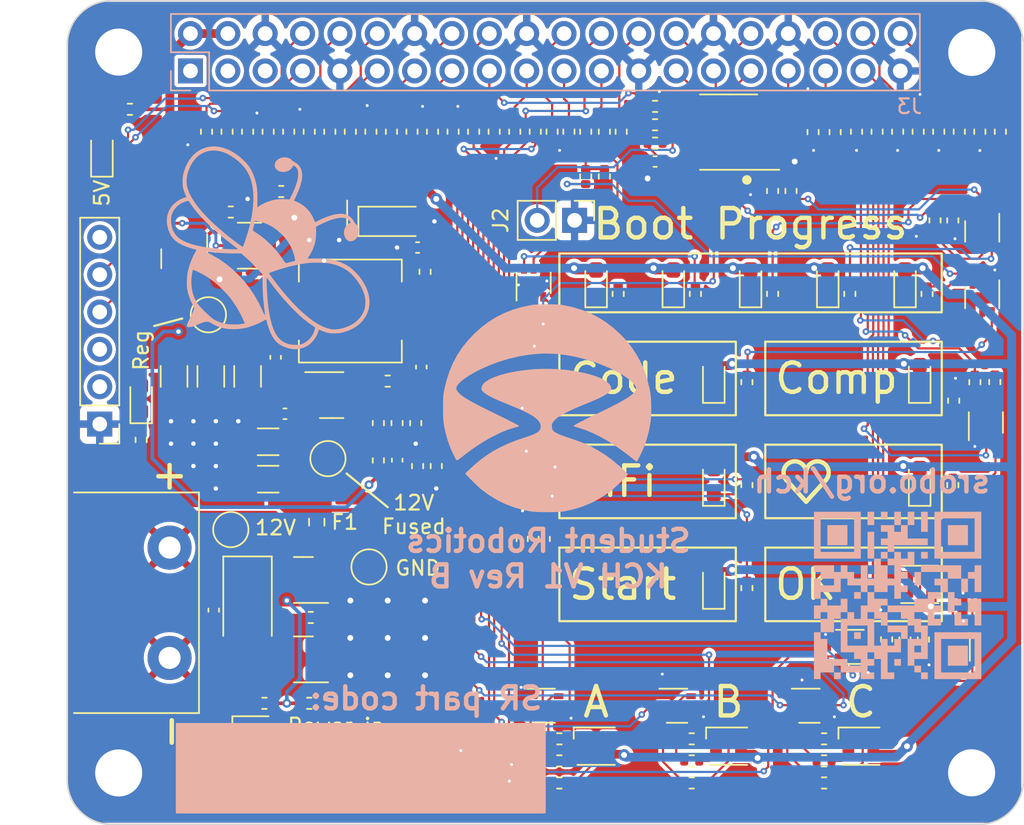
<source format=kicad_pcb>
(kicad_pcb (version 20240108) (generator "pcbnew") (generator_version "8.0")
  (title_block (title "KCH - Raspberry Pi HAT") (date "2022-07-15") (rev "B (S3L2)") (company "Student Robotics"))
  (layers (0 "F.Cu" signal) (31 "B.Cu" signal) (34 "B.Paste" user) (35 "F.Paste" user) (36 "B.SilkS" user "B.Silkscreen") (37 "F.SilkS" user "F.Silkscreen") (38 "B.Mask" user) (39 "F.Mask" user) (44 "Edge.Cuts" user))
  (net 0 "")
  (net 1 "GND")
  (net 2 "/ID_SD_EEPROM")
  (net 3 "/ID_SC_EEPROM")
  (net 4 "/Power/PGND")
  (net 5 "/Power/12V")
  (net 6 "+3V3")
  (net 7 "/Power/12V_FUSED")
  (net 8 "/Power/BST")
  (net 9 "/Power/SW")
  (net 10 "/Power/Reg_out")
  (net 11 "/Power/FB")
  (net 12 "Net-(D2-K)")
  (net 13 "Net-(D4-K)")
  (net 14 "Net-(D5-A)")
  (net 15 "+5V")
  (net 16 "Net-(D6-K)")
  (net 17 "Net-(D7-K)")
  (net 18 "Net-(D8-K)")
  (net 19 "Net-(D9-K)")
  (net 20 "Net-(D10-K)")
  (net 21 "Net-(D11-K)")
  (net 22 "Net-(D12-K)")
  (net 23 "Net-(D13-K)")
  (net 24 "Net-(D14-K)")
  (net 25 "Net-(D15-K)")
  (net 26 "/GPIO4")
  (net 27 "/UART_TXD")
  (net 28 "/UART_RXD")
  (net 29 "/GPIO17")
  (net 30 "/GPIO18")
  (net 31 "/GPIO27")
  (net 32 "/GPIO22")
  (net 33 "/GPIO23")
  (net 34 "/GPIO24")
  (net 35 "/GPIO10")
  (net 36 "/GPIO9")
  (net 37 "/GPIO25")
  (net 38 "/GPIO11")
  (net 39 "/GPIO8")
  (net 40 "/GPIO7")
  (net 41 "/GPIO5")
  (net 42 "/GPIO6")
  (net 43 "/GPIO12")
  (net 44 "/GPIO13")
  (net 45 "/GPIO19")
  (net 46 "/GPIO16")
  (net 47 "/GPIO26")
  (net 48 "/GPIO20")
  (net 49 "/GPIO21")
  (net 50 "Net-(D16-K)")
  (net 51 "Net-(D17-BK)")
  (net 52 "Net-(D17-GK)")
  (net 53 "Net-(D17-RK)")
  (net 54 "Net-(D18-BK)")
  (net 55 "Net-(D18-GK)")
  (net 56 "Net-(D18-RK)")
  (net 57 "Net-(D19-RK)")
  (net 58 "Net-(D19-GK)")
  (net 59 "Net-(D19-BK)")
  (net 60 "Net-(D20-BK)")
  (net 61 "Net-(D20-GK)")
  (net 62 "Net-(D20-RK)")
  (net 69 "Net-(Q1-G)")
  (net 70 "Net-(Q2-G)")
  (net 71 "Net-(Q4-G)")
  (net 72 "Net-(Q5A-B1)")
  (net 73 "Net-(Q6A-D)")
  (net 74 "Net-(Q6B-G)")
  (net 75 "Net-(Q6B-D)")
  (net 76 "Net-(Q6A-G)")
  (net 77 "Net-(Q7A-D)")
  (net 78 "Net-(Q7B-G)")
  (net 79 "Net-(Q7A-G)")
  (net 80 "Net-(Q7B-D)")
  (net 81 "Net-(Q8A-G)")
  (net 82 "Net-(Q8A-D)")
  (net 83 "Net-(Q8B-G)")
  (net 84 "Net-(Q8B-D)")
  (net 85 "Net-(Q9B-D)")
  (net 86 "Net-(R13-Pad1)")
  (net 87 "/Power/EN")
  (net 88 "Net-(Q9B-G)")
  (net 89 "Net-(Q9A-D)")
  (net 90 "Net-(Q9A-G)")
  (net 91 "Net-(Q10B-D)")
  (net 92 "Net-(Q10B-G)")
  (net 93 "Net-(Q10A-D)")
  (net 94 "Net-(Q10A-G)")
  (net 95 "Net-(Q11A-G)")
  (net 96 "Net-(Q11A-D)")
  (net 97 "Net-(Q11B-G)")
  (net 98 "Net-(Q11B-D)")
  (net 99 "Net-(Q12B-G)")
  (net 100 "/Power/12V_RPP")
  (net 101 "Net-(Q12B-D)")
  (net 102 "Net-(Q12A-D)")
  (net 103 "Net-(Q12A-G)")
  (net 104 "Net-(Q13A-G)")
  (net 105 "Net-(Q13B-D)")
  (net 106 "Net-(Q13B-G)")
  (net 107 "Net-(Q13A-D)")
  (net 108 "/WP")
  (net 109 "Net-(Q14A-D)")
  (net 110 "Net-(Q14A-G)")
  (net 111 "Net-(Q14B-D)")
  (net 112 "Net-(Q14B-G)")
  (net 113 "Net-(Q15A-D)")
  (net 114 "Net-(Q15B-G)")
  (net 115 "Net-(Q15A-G)")
  (net 116 "Net-(Q15B-D)")
  (net 117 "Net-(Q16A-D)")
  (net 118 "Net-(Q16B-D)")
  (net 119 "Net-(Q16B-G)")
  (net 120 "Net-(C4-Pad1)")
  (net 121 "Net-(C5-Pad2)")
  (net 122 "Net-(C12-Pad2)")
  (net 123 "Net-(Q16A-G)")
  (footprint "MountingHole:MountingHole_3.2mm_M3_ISO14580_Pad" (layer "F.Cu") (at 82.04 64.31)
    (property "Reference" "H1" (hide yes))
    (property "Value" "3mm_Mounting_Hole" (hide yes))
  )
  (footprint "MountingHole:MountingHole_3.2mm_M3_ISO14580_Pad" (layer "F.Cu") (at 140.04 64.33)
    (property "Reference" "H2" (hide yes))
    (property "Value" "3mm_Mounting_Hole" (hide yes))
  )
  (footprint "MountingHole:MountingHole_3.2mm_M3_ISO14580_Pad" (layer "F.Cu") (at 82.04 113.32)
    (property "Reference" "H3" (hide yes))
    (property "Value" "3mm_Mounting_Hole" (hide yes))
  )
  (footprint "MountingHole:MountingHole_3.2mm_M3_ISO14580_Pad" (layer "F.Cu") (at 140.03 113.31)
    (property "Reference" "H4" (hide yes))
    (property "Value" "3mm_Mounting_Hole" (hide yes))
  )
  (footprint "Capacitor_SMD:C_1206_3216Metric" (layer "F.Cu") (at 85.805 86.36 -90)
    (property "Reference" "C6" (hide yes))
    (property "Value" "22u" (hide yes))
  )
  (footprint "Resistor_SMD:R_0402_1005Metric" (layer "F.Cu") (at 102.362 92.456 90)
    (property "Reference" "R8" (hide yes))
    (property "Value" "100k" (hide yes))
  )
  (footprint "Resistor_SMD:R_0402_1005Metric" (layer "F.Cu") (at 109.75 82.25)
    (property "Reference" "R30" (hide yes))
    (property "Value" "1k" (hide yes))
  )
  (footprint "LED_SMD:LED_0603_1608Metric_Pad1.05x0.95mm_HandSolder" (layer "F.Cu") (at 119.75 80 90)
    (property "Reference" "D11" (hide yes))
    (property "Value" "Green" (hide yes))
  )
  (footprint "Resistor_SMD:R_0402_1005Metric" (layer "F.Cu") (at 90.805 69.723 -90)
    (property "Reference" "R67" (hide yes))
    (property "Value" "10k" (hide yes))
  )
  (footprint "LED_SMD:LED_0603_1608Metric_Pad1.05x0.95mm_HandSolder" (layer "F.Cu") (at 83.566 87.884 90)
    (property "Reference" "D4" (hide yes))
    (property "Value" "Green" (hide yes))
  )
  (footprint "Resistor_SMD:R_0402_1005Metric" (layer "F.Cu") (at 94.996 69.723 -90)
    (property "Reference" "R71" (hide yes))
    (property "Value" "1k" (hide yes))
  )
  (footprint "LED_SMD:LED_0603_1608Metric_Pad1.05x0.95mm_HandSolder" (layer "F.Cu") (at 122.5 100.5 90)
    (property "Reference" "D10" (hide yes))
    (property "Value" "Green" (hide yes))
  )
  (footprint "Resistor_SMD:R_0402_1005Metric" (layer "F.Cu") (at 107.569 69.723 -90)
    (property "Reference" "R49" (hide yes))
    (property "Value" "10k" (hide yes))
  )
  (footprint "Capacitor_SMD:C_1206_3216Metric" (layer "F.Cu") (at 92.202 93.345 180)
    (property "Reference" "C3" (hide yes))
    (property "Value" "22u" (hide yes))
  )
  (footprint "Diode_SMD:D_SOD-123" (layer "F.Cu") (at 100.584 75.819)
    (property "Reference" "D6" (hide yes))
    (property "Value" "BZT52C6V8" (hide yes))
  )
  (footprint "LED_SMD:LED_0603_1608Metric_Pad1.05x0.95mm_HandSolder" (layer "F.Cu") (at 91.426 110.2)
    (property "Reference" "D3" (hide yes))
    (property "Value" "Green" (hide yes))
  )
  (footprint "TestPoint:TestPoint_Pad_D2.0mm" (layer "F.Cu") (at 89.662 96.774)
    (property "Reference" "TP2")
    (property "Value" "TestPoint" (hide yes))
  )
  (footprint "Capacitor_SMD:C_0402_1005Metric" (layer "F.Cu") (at 92.71 85.062 -90)
    (property "Reference" "C10" (hide yes))
    (property "Value" "100n" (hide yes))
  )
  (footprint "Resistor_SMD:R_0402_1005Metric" (layer "F.Cu") (at 121 114 180)
    (property "Reference" "R64" (hide yes))
    (property "Value" "1k" (hide yes))
  )
  (footprint "Resistor_SMD:R_0402_1005Metric" (layer "F.Cu") (at 130 114 180)
    (property "Reference" "R73" (hide yes))
    (property "Value" "1k" (hide yes))
  )
  (footprint "Resistor_SMD:R_0402_1005Metric" (layer "F.Cu") (at 113.792 72.771 -90)
    (property "Reference" "R25" (hide yes))
    (property "Value" "1k" (hide yes))
  )
  (footprint "Resistor_SMD:R_0402_1005Metric" (layer "F.Cu") (at 132.207 69.723 -90)
    (property "Reference" "R36" (hide yes))
    (property "Value" "10k" (hide yes))
  )
  (footprint "Resistor_SMD:R_0402_1005Metric" (layer "F.Cu") (at 121 111 180)
    (property "Reference" "R61" (hide yes))
    (property "Value" "2k2" (hide yes))
  )
  (footprint "Package_TO_SOT_SMD:SOT-363_SC-70-6" (layer "F.Cu") (at 110.25 80 90)
    (property "Reference" "Q6" (hide yes))
    (property "Value" "2N7002KDW" (hide yes))
  )
  (footprint "Package_TO_SOT_SMD:SOT-363_SC-70-6" (layer "F.Cu") (at 110.25 93.5 90)
    (property "Reference" "Q9" (hide yes))
    (property "Value" "2N7002KDW" (hide yes))
  )
  (footprint "Resistor_SMD:R_0402_1005Metric" (layer "F.Cu") (at 134.25 104.24 -90)
    (property "Reference" "R79" (hide yes))
    (property "Value" "2k2" (hide yes))
  )
  (footprint "Package_TO_SOT_SMD:SOT-23" (layer "F.Cu") (at 86.4925 78.359 -90)
    (property "Reference" "Q4" (hide yes))
    (property "Value" "NCE3401AY" (hide yes))
  )
  (footprint "Capacitor_SMD:C_1206_3216Metric" (layer "F.Cu") (at 92.202 90.805 180)
    (property "Reference" "C11" (hide yes))
    (property "Value" "22u" (hide yes))
  )
  (footprint "LED_SMD:LED_0603_1608Metric_Pad1.05x0.95mm_HandSolder" (layer "F.Cu") (at 136.5 93.5 90)
    (property "Reference" "D13" (hide yes))
    (property "Value" "Blue" (hide yes))
  )
  (footprint "Resistor_SMD:R_0402_1005Metric" (layer "F.Cu") (at 140.589 69.723 -90)
    (property "Reference" "R78" (hide yes))
    (property "Value" "10k" (hide yes))
  )
  (footprint "project_footprints:FM-B2020RGBA-HG" (layer "F.Cu") (at 123.5 111.5)
    (property "Reference" "D18" (hide yes))
    (property "Value" "FM-B2020RGBA-HG" (hide yes))
  )
  (footprint "Resistor_SMD:R_0402_1005Metric" (layer "F.Cu") (at 96.393 69.723 -90)
    (property "Reference" "R57" (hide yes))
    (property "Value" "1k" (hide yes))
  )
  (footprint "Resistor_SMD:R_0402_1005Metric" (layer "F.Cu") (at 109.75 83.5)
    (property "Reference" "R27" (hide yes))
    (property "Value" "10k" (hide yes))
  )
  (footprint "Resistor_SMD:R_0402_1005Metric" (layer "F.Cu") (at 135.5 104.25 -90)
    (property "Reference" "R81" (hide yes))
    (property "Value" "2k2" (hide yes))
  )
  (footprint "project_footprints:FM-B2020RGBA-HG" (layer "F.Cu") (at 132.5 111.5)
    (property "Reference" "D19" (hide yes))
    (property "Value" "FM-B2020RGBA-HG" (hide yes))
  )
  (footprint "Package_TO_SOT_SMD:SOT-363_SC-70-6" (layer "F.Cu") (at 129 108.75)
    (property "Reference" "Q14" (hide yes))
    (property "Value" "2N7002KDW" (hide yes))
  )
  (footprint "Resistor_SMD:R_0402_1005Metric" (layer "F.Cu") (at 112 111 180)
    (property "Reference" "R52" (hide yes))
    (property "Value" "2k2" (hide yes))
  )
  (footprint "Resistor_SMD:R_0402_1005Metric" (layer "F.Cu") (at 124.75 93.75 90)
    (property "Reference" "R22" (hide yes))
    (property "Value" "3k3" (hide yes))
  )
  (footprint "Resistor_SMD:R_0402_1005Metric" (layer "F.Cu") (at 95.1 102.75)
    (property "Reference" "R4" (hide yes))
    (property "Value" "10k" (hide yes))
  )
  (footprint "Capacitor_SMD:C_0402_1005Metric" (layer "F.Cu") (at 102.362 77.597)
    (property "Reference" "C12" (hide yes))
    (property "Value" "DNP" (hide yes))
  )
  (footprint "Resistor_SMD:R_0402_1005Metric" (layer "F.Cu") (at 108.966 69.723 -90)
    (property "Reference" "R50" (hide yes))
    (property "Value" "1k" (hide yes))
  )
  (footprint "Capacitor_SMD:C_1206_3216Metric" (layer "F.Cu") (at 88.305 86.36 -90)
    (property "Reference" "C7" (hide yes))
    (property "Value" "22u" (hide yes))
  )
  (footprint "Capacitor_SMD:C_0402_1005Metric" (layer "F.Cu") (at 93.345 88.9)
    (property "Reference" "C9" (hide yes))
    (property "Value" "100n" (hide yes))
  )
  (footprint "Resistor_SMD:R_0402_1005Metric" (layer "F.Cu") (at 130 112.5 180)
    (property "Reference" "R72" (hide yes))
    (property "Value" "2k2" (hide yes))
  )
  (footprint "Resistor_SMD:R_0402_1005Metric" (layer "F.Cu") (at 111.506 69.723 -90)
    (property "Reference" "R51" (hide yes))
    (property "Value" "10k" (hide yes))
  )
  (footprint "Resistor_SMD:R_0402_1005Metric" (layer "F.Cu") (at 130 111 180)
    (property "Reference" "R70" (hide yes))
    (property "Value" "2k2" (hide yes))
  )
  (footprint "Resistor_SMD:R_0402_1005Metric" (layer "F.Cu") (at 137.541 75.75 -90)
    (property "Reference" "R35" (hide yes))
    (property "Value" "1k" (hide yes))
  )
  (footprint "Resistor_SMD:R_0402_1005Metric" (layer "F.Cu") (at 83.566 90.678 -90)
    (property "Reference" "R10" (hide yes))
    (property "Value" "3k3" (hide yes))
  )
  (footprint "Resistor_SMD:R_0402_1005Metric" (layer "F.Cu") (at 82.804 68.199 180)
    (property "Reference" "R11" (hide yes))
    (property "Value" "3k3" (hide yes))
  )
  (footprint "Resistor_SMD:R_0402_1005Metric" (layer "F.Cu") (at 101.981 69.723 -90)
    (property "Reference" "R60" (hide yes))
    (property "Value" "10k" (hide yes))
  )
  (footprint "Resistor_SMD:R_0402_1005Metric" (layer "F.Cu") (at 118.51 69.25)
    (property "Reference" "R3" (hide yes))
    (property "Value" "3k9" (hide yes))
  )
  (footprint "Resistor_SMD:R_0402_1005Metric" (layer "F.Cu") (at 127.75 73.75 -90)
    (property "Reference" "R42" (hide yes))
    (property "Value" "1k" (hide yes))
  )
  (footprint "project_footprints:Heart" (layer "F.Cu") (at 128.778 93.599)
    (property "Reference" "REF**" (hide yes))
    (property "Value" "Heart" (hide yes))
  )
  (footprint "LED_SMD:LED_0603_1608Metric_Pad1.05x0.95mm_HandSolder" (layer "F.Cu") (at 80.899 71.12 90)
    (property "Reference" "D5" (hide yes))
    (property "Value" "Green" (hide yes))
  )
  (footprint "Resistor_SMD:R_0402_1005Metric" (layer "F.Cu") (at 126.5 73.75 -90)
    (property "Reference" "R41" (hide yes))
    (property "Value" "10k" (hide yes))
  )
  (footprint "Package_TO_SOT_SMD:SOT-23" (layer "F.Cu") (at 94.6 100.2 180)
    (property "Reference" "Q1" (hide yes))
    (property "Value" "AO3407A" (hide yes))
  )
  (footprint "Resistor_SMD:R_0402_1005Metric" (layer "F.Cu") (at 126.5 80.75 90)
    (property "Reference" "R38" (hide yes))
    (property "Value" "3k3" (hide yes))
  )
  (footprint "Resistor_SMD:R_0402_1005Metric" (layer "F.Cu") (at 139.192 69.723 -90)
    (property "Reference" "R77" (hide yes))
    (property "Value" "1k" (hide yes))
  )
  (footprint "Resistor_SMD:R_0402_1005Metric" (layer "F.Cu") (at 115.062 72.771 -90)
    (property "Reference" "R23" (hide yes))
    (property "Value" "10k" (hide yes))
  )
  (footprint "Resistor_SMD:R_0402_1005Metric" (layer "F.Cu") (at 91.948 75.184 180)
    (property "Reference" "R15" (hide yes))
    (property "Value" "10k" (hide yes))
  )
  (footprint "Connector_PinHeader_2.54mm:PinHeader_1x06_P2.54mm_Vertical" (layer "F.Cu") (at 80.75 89.6 180)
    (property "Reference" "J4" (hide yes))
    (property "Value" "Serial" (hide yes))
  )
  (footprint "Resistor_SMD:R_0402_1005Metric" (layer "F.Cu") (at 106.172 69.723 -90)
    (property "Reference" "R48" (hide yes))
    (property "Value" "1k" (hide yes))
  )
  (footprint "Resistor_SMD:R_0402_1005Metric" (layer "F.Cu") (at 121.25 80.75 90)
    (property "Reference" "R31" (hide yes))
    (property "Value" "3k3" (hide yes))
  )
  (footprint "Resistor_SMD:R_0402_1005Metric" (layer "F.Cu") (at 110.363 69.723 -90)
    (property "Reference" "R53" (hide yes))
    (property "Value" "1k" (hide yes))
  )
  (footprint "Capacitor_SMD:C_0402_1005Metric" (layer "F.Cu") (at 118.51 71.75 180)
    (property "Reference" "C2" (hide yes))
    (property "Value" "100n" (hide yes))
  )
  (footprint "Resistor_SMD:R_0402_1005Metric" (layer "F.Cu") (at 100.33 86.68)
    (property "Reference" "R83" (hide yes))
    (property "Value" "0R" (hide yes))
  )
  (footprint "LED_SMD:LED_0603_1608Metric_Pad1.05x0.95mm_HandSolder" (layer "F.Cu") (at 122.5 86.5 90)
    (property "Reference" "D9" (hide yes))
    (property "Value" "Green" (hide yes))
  )
  (footprint "Package_TO_SOT_SMD:SOT-23-6" (layer "F.Cu") (at 90.932 77.47 180)
    (property "Reference" "Q5" (hide yes))
    (property "Value" "DMMT5401" (hide yes))
  )
  (footprint "project_footprints:CTBP9550-2" (layer "F.Cu") (at 85.5 101.75 -90)
    (property "Reference" "J1" (hide yes))
    (property "Value" "CTBP9550/2" (hide yes))
  )
  (footprint "Resistor_SMD:R_0402_1005Metric" (layer "F.Cu") (at 112.649 69.723 -90)
    (property "Reference" "R24" (hide yes))
    (property "Value" "10k" (hide yes))
  )
  (footprint "Resistor_SMD:R_0402_1005Metric" (layer "F.Cu") (at 110.974 97.409 90)
    (property "Reference" "R20" (hide yes))
    (property "Value" "1k" (hide yes))
  )
  (footprint "Resistor_SMD:R_0402_1005Metric" (layer "F.Cu") (at 113.792 69.723 -90)
    (property "Reference" "R26" (hide yes))
    (property "Value" "1k" (hide yes))
  )
  (footprint "Resistor_SMD:R_0402_1005Metric" (layer "F.Cu") (at 103.378 69.723 -90)
    (property "Reference" "R62" (hide yes))
    (property "Value" "1k" (hide yes))
  )
  (footprint "Package_TO_SOT_SMD:SOT-363_SC-70-6" (layer "F.Cu") (at 111 108.75)
    (property "Reference" "Q11" (hide yes))
    (property "Value" "2N7002KDW" (hide yes))
  )
  (footprint "LED_SMD:LED_0805_2012Metric_Pad1.15x1.40mm_HandSolder" (layer "F.Cu") (at 91.426 112.2 180)
    (property "Reference" "D2" (hide yes))
    (property "Value" "Red" (hide yes))
  )
  (footprint "Resistor_SMD:R_0402_1005Metric" (layer "F.Cu") (at 136.398 69.723 -90)
    (property "Reference" "R75" (hide yes))
    (property "Value" "1k" (hide yes))
  )
  (footprint "Resistor_SMD:R_0402_1005Metric" (layer "F.Cu") (at 93.599 69.723 -90)
    (property "Reference" "R69" (hide yes))
    (property "Value" "10k" (hide yes))
  )
  (footprint "Capacitor_SMD:C_0402_1005Metric" (layer "F.Cu") (at 88.5 102.25 90)
    (property "Reference" "C1" (hide yes))
    (property "Value" "100n" (hide yes))
  )
  (footprint "Package_TO_SOT_SMD:SOT-23-6" (layer "F.Cu") (at 96.52 87.63)
    (property "Reference" "U2" (hide yes))
    (property "Value" "AP63200T" (hide yes))
  )
  (footprint "Resistor_SMD:R_0402_1005Metric" (layer "F.Cu") (at 97.79 69.723 -90)
    (property "Reference" "R56" (hide yes))
    (property "Value" "10k" (hide yes))
  )
  (footprint "project_footprints:FM-B2020RGBA-HG" (layer "F.Cu") (at 136.5 100.5)
    (property "Reference" "D20" (hide yes))
    (property "Value" "FM-B2020RGBA-HG" (hide yes))
  )
  (footprint "TestPoint:TestPoint_Pad_D2.0mm" (layer "F.Cu") (at 88.138 82.169)
    (property "Reference" "TP4")
    (property "Value" "TestPoint" (hide yes))
  )
  (footprint "Package_TO_SOT_SMD:SOT-363_SC-70-6" (layer "F.Cu") (at 120 108.75)
    (property "Reference" "Q13" (hide yes))
    (property "Value" "2N7002KDW" (hide yes))
  )
  (footprint "Diode_SMD:D_SMA" (layer "F.Cu") (at 90.8 102 -90)
    (property "Reference" "D1" (hide yes))
    (property "Value" "SMAJ15CA" (hide yes))
  )
  (footprint "Package_TO_SOT_SMD:SOT-23" (layer "F.Cu") (at 94.6 105.6 180)
    (property "Reference" "Q2" (hide yes))
    (property "Value" "PMV20EN" (hide yes))
  )
  (footprint "Resistor_SMD:R_0402_1005Metric" (layer "F.Cu") (at 141.986 69.723 -90)
    (property "Reference" "R80" (hide yes))
    (property "Value" "1k" (hide yes))
  )
  (footprint "Resistor_SMD:R_0402_1005Metric" (layer "F.Cu") (at 141.605 86.741 -90)
    (property "Reference" "R39" (hide yes))
    (property "Value" "1k" (hide yes))
  )
  (footprint "Package_TO_SOT_SMD:SOT-363_SC-70-6" (layer "F.Cu") (at 140.75 81.026 -90)
    (property "Reference" "Q8" (hide yes))
    (property "Value" "2N7002KDW" (hide yes))
  )
  (footprint "Resistor_SMD:R_0402_1005Metric" (layer "F.Cu") (at 140.25 86.75 -90)
    (property "Reference" "R40" (hide yes))
    (property "Value" "10k" (hide yes))
  )
  (footprint "Resistor_SMD:R_0402_1005Metric" (layer "F.Cu") (at 92.202 69.723 -90)
    (property "Reference" "R68" (hide yes))
    (property "Value" "1k" (hide yes))
  )
  (footprint "Resistor_SMD:R_0402_1005Metric" (layer "F.Cu") (at 89.408 69.723 -90)
    (property "Reference" "R65" (hide yes))
    (property "Value" "10k" (hide yes))
  )
  (footprint "Resistor_SMD:R_0402_1005Metric" (layer "F.Cu") (at 112 112.5 180)
    (property "Reference" "R54" (hide yes))
    (property "Value" "2k2" (hide yes))
  )
  (footprint "Package_TO_SOT_SMD:SOT-363_SC-70-6" (layer "F.Cu") (at 141 89.5 90)
    (property "Reference" "Q10" (hide yes))
    (property "Value" "2N7002KDW" (hide yes))
  )
  (footprint "TestPoint:TestPoint_Pad_D2.0mm" (layer "F.Cu") (at 96.266 91.948)
    (property "Reference" "TP3")
    (property "Value" "TestPoint" (hide yes))
  )
  (footprint "Resistor_SMD:R_0402_1005Metric" (layer "F.Cu") (at 100.584 69.723 -90)
    (property "Reference" "R59" (hide yes))
    (property "Value" "1k" (hide yes))
  )
  (footprint "Resistor_SMD:R_0402_1005Metric" (layer "F.Cu") (at 118.51 68)
    (property "Reference" "R2" (hide yes))
    (property "Value" "3k9" (hide yes))
  )
  (footprint "Package_TO_SOT_SMD:SOT-363_SC-70-6" (layer "F.Cu") (at 140.75 76.5 -90)
    (property "Reference" "Q7" (hide yes))
    (property "Value" "2N7002KDW" (hide yes))
  )
  (footprint "LED_SMD:LED_0603_1608Metric_Pad1.05x0.95mm_HandSolder" (layer "F.Cu") (at 114.5 80 90)
    (property "Reference" "D7" (hide yes))
    (property "Value" "Green" (hide yes))
  )
  (footprint "Resistor_SMD:R_0402_1005Metric" (layer "F.Cu") (at 138.811 88.011 -90)
    (property "Reference" "R32" (hide yes))
    (property "Value" "1k" (hide yes))
  )
  (footprint "LED_SMD:LED_0603_1608Metric_Pad1.05x0.95mm_HandSolder" (layer "F.Cu") (at 136.5 86.5 90)
    (property "Reference" "D12" (hide yes))
    (property "Value" "Blue" (hide yes))
  )
  (footprint "Package_TO_SOT_SMD:SOT-23" (layer "F.Cu") (at 96.012 76.073 -90)
    (property "Reference" "Q3" (hide yes))
    (property "Value" "NCE3401AY" (hide yes))
  )
  (footprint "LED_SMD:LED_0603_1608Metric_Pad1.05x0.95mm_HandSolder" (layer "F.Cu") (at 122.5 93.5 90)
    (property "Reference" "D8" (hide yes))
    (property "Value" "Green" (hide yes))
  )
  (footprint "LED_SMD:LED_0603_1608Metric_Pad1.05x0.95mm_HandSolder" (layer "F.Cu") (at 130.25 80 90)
    (property "Reference" "D15" (hide yes))
    (property "Value" "Green" (hide yes))
  )
  (footprint "Package_TO_SOT_SMD:SOT-363_SC-70-6" (layer "F.Cu") (at 106.25 113.25)
    (property "Reference" "Q12" (hide yes))
    (property "Value" "2N7002KDW" (hide yes))
  )
  (footprint "Resistor_SMD:R_0402_1005Metric" (layer "F.Cu") (at 102.87 79.248 -90)
    (property "Reference" "R84" (hide yes))
    (property "Value" "DNP" (hide yes))
  )
  (footprint "Resistor_SMD:R_0402_1005Metric" (layer "F.Cu") (at 131.75 80.75 90)
    (property "Reference" "R43" (hide yes))
    (property "Value" "3k3" (hide yes))
  )
  (footprint "Resistor_SMD:R_0402_1005Metric" (layer "F.Cu") (at 115.062 69.723 -90)
    (property "Reference" "R18" (hide yes))
    (property "Value" "1k" (hide yes))
  )
  (footprint "LED_SMD:LED_0603_1608Metric_Pad1.05x0.95mm_HandSolder" (layer "F.Cu") (at 135.5 80 90)
    (property "Reference" "D16" (hide yes))
    (property "Value" "Green" (hide yes))
  )
  (footprint "Resistor_SMD:R_0402_1005Metric" (layer "F.Cu") (at 121 112.5 180)
    (property "Reference" "R63" (hide yes))
    (property "Value" "2k2" (hide yes))
  )
  (footprint "Resistor_SMD:R_0402_1005Metric" (layer "F.Cu") (at 89.662 75.184)
    (property "Reference" "R16" (hide yes))
    (property "Value" "47K" (hide yes))
  )
  (footprint "Resistor_SMD:R_0402_1005Metric" (layer "F.Cu") (at 104.775 69.723 -90)
    (property "Reference" "R47" (hide yes))
    (property "Value" "10k" (hide yes))
  )
  (footprint "Capacitor_SMD:C_0402_1005Metric" (layer "F.Cu") (at 100.975 92.055 90)
    (property "Reference" "C5" (hide yes))
    (property "Value" "DNP" (hide yes))
  )
  (footprint "Resistor_SMD:R_0402_1005Metric" (layer "F.Cu") (at 129.25 69.75 -90)
    (property "Reference" "R44" (hide yes))
    (property "Value" "10k" (hide yes))
  )
  (footprint "Resistor_SMD:R_0402_1005Metric" (layer "F.Cu") (at 138.75 93.75 90)
    (property "Reference" "R37" (hide yes))
    (property "Value" "1k" (hide yes))
  )
  (footprint "Resistor_SMD:R_0603_1608Metric" (layer "F.Cu") (at 95.504 96.266 90)
    (property "Reference" "F1")
    (property "Value" "2A" (hide yes))
  )
  (footprint "Resistor_SMD:R_0402_1005Metric" (layer "F.Cu") (at 130.75 69.75 -90)
    (property "Reference" "R45" (hide yes))
    (property "Value" "1k" (hide yes))
  )
  (footprint "TestPoint:TestPoint_Pad_D2.0mm" (layer "F.Cu") (at 99.06 99.314)
    (property "Reference" "TP1")
    (property "Value" "TestPoint" (hide yes))
  )
  (footprint "Resistor_SMD:R_0402_1005Metric" (layer "F.Cu") (at 116 80.75 -90)
    (property "Reference" "R21" (hide yes))
    (property "Value" "3k3" (hide yes))
  )
  (footprint "Resistor_SMD:R_0402_1005Metric" (layer "F.Cu") (at 91.948 108.585 180)
    (property "Reference" "R7" (hide yes))
    (property "Value" "10k" (hide yes))
  )
  (footprint "Resistor_SMD:R_0402_1005Metric" (layer "F.Cu") (at 99.695 89.535 -90)
    (property "Reference" "R85" (hide yes))
    (property "Value" "0R" (hide yes))
  )
  (footprint "Resistor_SMD:R_0402_1005Metric" (layer "F.Cu") (at 103.632 92.456 -90)
    (property "Reference" "R9" (hide yes))
    (property "Value" "18k" (hide yes))
  )
  (footprint "Resistor_SMD:R_0402_1005Metric" (layer "F.Cu") (at 99.695 92.075 -90)
    (property "Reference" "R12" (hide yes))
    (property "Value" "56k" (hide yes))
  )
  (footprint "LED_SMD:LED_0603_1608Metric_Pad1.05x0.95mm_HandSolder" (layer "F.Cu") (at 125 80 90)
    (property "Reference" "D14" (hide yes))
    (property "Value" "Green" (hide yes))
  )
  (footprint "Capacitor_SMD:C_0402_1005Metric" (layer "F.Cu") (at 102.616 85.725 90)
    (property "Reference" "C4" (hide yes))
    (property "Value" "100n" (hide yes))
  )
  (footprint "Resistor_SMD:R_0402_1005Metric" (layer "F.Cu") (at 133.604 69.723 -90)
    (property "Reference" "R34" (hide yes))
    (property "Value" "1k" (hide yes))
  )
  (footprint "Resistor_SMD:R_0402_1005Metric" (layer "F.Cu") (at 138.75 75.75 -90)
    (property "Reference" "R33" (hide yes))
    (property "Value" "10k" (hide yes))
  )
  (footprint "Resistor_SMD:R_0402_1005Metric" (layer "F.Cu") (at 109.474 97.409 90)
    (property "Reference" "R19" (hide yes))
    (property "Value" "10k" (hide yes))
  )
  (footprint "Resistor_SMD:R_0402_1005Metric" (layer "F.Cu") (at 135.001 69.723 -90)
    (property "Reference" "R74" (hide yes))
    (property "Value" "10k" (hide yes))
  )
  (footprint "Package_SO:SOIC-8_3.9x4.9mm_P1.27mm" (layer "F.Cu") (at 123.51 69.75 180)
    (property "Reference" "U1" (hide yes))
    (property "Value" "CAT24C32WI" (hide yes))
  )
  (footprint "Resistor_SMD:R_0402_1005Metric" (layer "F.Cu") (at 100.965 89.535 -90)
    (property "Reference" "R13" (hide yes))
    (property "Value" "8k2" (hide yes))
  )
  (footprint "Resistor_SMD:R_0402_1005Metric" (layer "F.Cu") (at 118.51 70.5)
    (property "Reference" "R1" (hide yes))
    (property "Value" "1k" (hide yes))
  )
  (footprint "project_footprints:FM-B2020RGBA-HG" (layer "F.Cu") (at 114.5 111.5)
    (property "Reference" "D17" (hide yes))
    (property "Value" "FM-B2020RGBA-HG" (hide yes))
  )
  (footprint "Resistor_SMD:R_0402_1005Metric" (layer "F.Cu") (at 93.091 73.787 180)
    (property "Reference" "R14" (hide yes))
    (property "Value" "220R" (hide yes))
  )
  (footprint "Resistor_SMD:R_0402_1005Metric" (layer "F.Cu") (at 112 114 180)
    (property "Reference" "R55" (hide yes))
    (property "Value" "1k" (hide yes))
  )
  (footprint "Capacitor_SMD:C_1206_3216Metric" (layer "F.Cu") (at 90.805 86.36 -90)
    (property "Reference" "C8" (hide yes))
    (property "Value" "22u" (hide yes))
  )
  (footprint "Package_TO_SOT_SMD:SOT-363_SC-70-6" (layer "F.Cu") (at 132 104.75)
    (property "Reference" "Q15" (hide yes))
    (property "Value" "2N7002KDW" (hide yes))
  )
  (footprint "Connector_PinHeader_2.54mm:PinHeader_1x02_P2.54mm_Vertical" (layer "F.Cu") (at 113.035 75.75 -90)
    (property "Reference" "J2")
    (property "Value" "Write EEPROM" (hide yes))
  )
  (footprint "Resistor_SMD:R_0402_1005Metric" (layer "F.Cu") (at 137.795 69.723 -90)
    (property "Reference" "R76" (hide yes))
    (property "Value" "10k" (hide yes))
  )
  (footprint "Resistor_SMD:R_0402_1005Metric" (layer "F.Cu") (at 99.187 69.723 -90)
    (property "Reference" "R58" (hide yes))
    (property "Value" "10k" (hide yes))
  )
  (footprint "project_footprints:MWSA0603" (layer "F.Cu") (at 97.79 81.915)
    (property "Reference" "L1" (hide yes))
    (property "Value" "SPM6530T-3R3M" (hide yes))
  )
  (footprint "Resistor_SMD:R_0402_1005Metric" (layer "F.Cu") (at 124.75 86.75 90)
    (property "Reference" "R28" (hide yes))
    (property "Value" "3k3" (hide yes))
  )
  (footprint "Package_TO_SOT_SMD:SOT-363_SC-70-6" (layer "F.Cu") (at 138.75 105 -90)
    (property "Reference" "Q16" (hide yes))
    (property "Value" "2N7002KDW" (hide yes))
  )
  (footprint "Resistor_SMD:R_0402_1005Metric" (layer "F.Cu") (at 94.996 108.585 180)
    (property "Reference" "R5" (hide yes))
    (property "Value" "10k" (hide yes))
  )
  (footprint "Resistor_SMD:R_0402_1005Metric" (layer "F.Cu") (at 102.235 89.535 90)
    (property "Reference" "R6" (hide yes))
    (property "Value" "1k5" (hide yes))
  )
  (footprint "Resistor_SMD:R_0402_1005Metric" (layer "F.Cu") (at 124.75 100.75 90)
    (property "Reference" "R29" (hide yes))
    (property "Value" "3k3" (hide yes))
  )
  (footprint "Resistor_SMD:R_0402_1005Metric" (layer "F.Cu") (at 88.011 69.723 -90)
    (property "Reference" "R66" (hide yes))
    (property "Value" "1k" (hide yes))
  )
  (footprint "Resistor_SMD:R_0402_1005Metric" (layer "F.Cu") (at 136.75 104.25 -90)
    (property "Reference" "R82" (hide yes))
    (property "Value" "1k" (hide yes))
  )
  (footprint "Resistor_SMD:R_0402_1005Metric" (layer "F.Cu") (at 137 80.75 90)
    (property "Reference" "R46" (hide yes))
    (property "Value" "3k3" (hide yes))
  )
  (footprint "Resistor_SMD:R_0402_1005Metric" (layer "F.Cu") (at 116.205 69.723 -90)
    (property "Reference" "R17" (hide yes))
    (property "Value" "10k" (hide yes))
  )
  (footprint "Connector_PinSocket_2.54mm:PinSocket_2x20_P2.54mm_Vertical" (layer "B.Cu") (at 86.92 65.59 -90)
    (property "Reference" "J3")
    (property "Value" "40HAT" (hide yes))
  )
  (footprint "project_footprints:SR_LOGO" (layer "B.Cu") (at 110.75 88.5 180)
    (property "Reference" "G***" (hide yes))
    (property "Value" "LOGO" (hide yes))
  )
  (footprint "project_footprints:bee" (layer "B.Cu") (at 92.25 77.75 180)
    (property "Reference" "G***" (hide yes))
    (property "Value" "LOGO" (hide yes))
  )
  (footprint "project_footprints:QRRef" (layer "B.Cu") (at 135 101.25 180)
    (property "Reference" "G***" (hide yes))
    (property "Value" "LOGO" (hide yes))
  )
  (gr_rect (start 86 110) (end 111 116) (stroke (width 0.15)) (fill solid) (layer "B.SilkS"))
  (gr_rect (start 112 78) (end 138 82) (stroke (width 0.15)) (fill none) (layer "F.SilkS"))
  (gr_rect (start 126 98) (end 138 103) (stroke (width 0.15)) (fill none) (layer "F.SilkS"))
  (gr_rect (start 112 84) (end 124 89) (stroke (width 0.15)) (fill none) (layer "F.SilkS"))
  (gr_rect (start 126 91) (end 138 96) (stroke (width 0.15)) (fill none) (layer "F.SilkS"))
  (gr_line (start 100.33 95.25) (end 97.536 92.964) (stroke (width 0.15)) (layer "F.SilkS"))
  (gr_line (start 84.455 82.931) (end 86.36 82.423) (stroke (width 0.15)) (layer "F.SilkS"))
  (gr_rect (start 112 98) (end 124 103) (stroke (width 0.15)) (fill none) (layer "F.SilkS"))
  (gr_rect (start 126 84) (end 138 89) (stroke (width 0.15)) (fill none) (layer "F.SilkS"))
  (gr_circle (center 124.75 73) (end 125 73) (stroke (width 0.15)) (fill solid) (layer "F.SilkS"))
  (gr_rect (start 112 91) (end 124 96) (stroke (width 0.15)) (fill none) (layer "F.SilkS"))
  (gr_line (start 143.546356 113.817611) (end 143.546356 63.817611) (stroke (width 0.1)) (layer "Edge.Cuts"))
  (gr_line (start 78.546356 63.817611) (end 78.546356 113.817611) (stroke (width 0.1)) (layer "Edge.Cuts"))
  (gr_arc (start 143.546356 113.817611) (mid 142.66691 115.938165) (end 140.546356 116.817611) (stroke (width 0.1)) (layer "Edge.Cuts"))
  (gr_line (start 140.546356 60.817611) (end 81.546356 60.817611) (stroke (width 0.1)) (layer "Edge.Cuts"))
  (gr_line (start 81.546356 116.817611) (end 140.546356 116.817611) (stroke (width 0.1)) (layer "Edge.Cuts"))
  (gr_arc (start 140.546356 60.817611) (mid 142.667676 61.696291) (end 143.546356 63.817611) (stroke (width 0.1)) (layer "Edge.Cuts"))
  (gr_arc (start 78.546356 63.817611) (mid 79.425036 61.696291) (end 81.546356 60.817611) (stroke (width 0.1)) (layer "Edge.Cuts"))
  (gr_arc (start 81.546356 116.817611) (mid 79.425036 115.938931) (end 78.546356 113.817611) (stroke (width 0.1)) (layer "Edge.Cuts"))
  (gr_text "Student Robotics\nKCH V1 Rev B" (at 111.25 98.75 0) (layer "B.SilkS") (effects (font (size 1.5 1.5) (thickness 0.3)) (justify mirror)))
  (gr_text "srobo.org/kch" (at 133.25 93.5 0) (layer "B.SilkS") (effects (font (size 1.5 1.5) (thickness 0.3)) (justify mirror)))
  (gr_text "SR part code:" (at 111 108.25 0) (layer "B.SilkS") (effects (font (size 1.5 1.5) (thickness 0.3)) (justify left mirror)))
  (gr_text "Start" (at 112.5 100.5 0) (layer "F.SilkS") (effects (font (size 2 2) (thickness 0.3)) (justify left)))
  (gr_text "5V" (at 80.899 73.9 90) (layer "F.SilkS") (effects (font (size 1 1))))
  (gr_text "+" (at 85.5 93 0) (layer "F.SilkS") (effects (font (size 2 2) (thickness 0.3))))
  (gr_text "Reverse\npolarity" (at 99.822 113.03 0) (layer "F.SilkS") (effects (font (size 1 1)) (justify right)))
  (gr_text "C" (at 132.5 108.5 0) (layer "F.SilkS") (effects (font (size 2 2) (thickness 0.3))))
  (gr_text "GND" (at 102.379345 99.388987 0) (layer "F.SilkS") (effects (font (size 1 1))))
  (gr_text "-" (at 85.5 110.5 90) (layer "F.SilkS") (effects (font (size 2 2) (thickness 0.3))))
  (gr_text "Code" (at 112.5 86.5 0) (layer "F.SilkS") (effects (font (size 2 2) (thickness 0.3)) (justify left)))
  (gr_text "B" (at 123.5 108.5 0) (layer "F.SilkS") (effects (font (size 2 2) (thickness 0.3))))
  (gr_text "12V\nFused" (at 102.108 95.758 0) (layer "F.SilkS") (effects (font (size 1 1))))
  (gr_text "Boot Progress" (at 125 76 0) (layer "F.SilkS") (effects (font (size 2 2) (thickness 0.3))))
  (gr_text "Comp" (at 126.5 86.5 0) (layer "F.SilkS") (effects (font (size 2 2) (thickness 0.3)) (justify left)))
  (gr_text "WiFi" (at 112.5 93.5 0) (layer "F.SilkS") (effects (font (size 2 2) (thickness 0.3)) (justify left)))
  (gr_text "OK" (at 126.5 100.5 0) (layer "F.SilkS") (effects (font (size 2 2) (thickness 0.3)) (justify left)))
  (gr_text "12V" (at 92.71 96.647 0) (layer "F.SilkS") (effects (font (size 1 1))))
  (gr_text "A" (at 114.5 108.5 0) (layer "F.SilkS") (effects (font (size 2 2) (thickness 0.3))))
  (gr_text "Reg" (at 83.566 84.582 90) (layer "F.SilkS") (effects (font (size 1 1))))
  (gr_text "Power in" (at 100.203 110.109 0) (layer "F.SilkS") (effects (font (size 1 1)) (justify right)))
  (segment (start 108.6 113.875011) (end 107.224989 113.875011) (width 0.15) (layer "F.Cu") (net 1))
  (segment (start 130.7 109.5) (end 130.6 109.4) (width 0.15) (layer "F.Cu") (net 1))
  (segment (start 130.3 104.1) (end 131.05 104.1) (width 0.15) (layer "F.Cu") (net 1))
  (segment (start 132.207 70.993) (end 132.207 70.233) (width 0.15) (layer "F.Cu") (net 1))
  (segment (start 139.475011 103) (end 139.4 103.075011) (width 0.15) (layer "F.Cu") (net 1))
  (segment (start 125.985 69.115) (end 125.985 70.385) (width 0.6) (layer "F.Cu") (net 1))
  (segment (start 119 106.6) (end 119.05 106.65) (width 0.15) (layer "F.Cu") (net 1))
  (segment (start 140.25 91.054399) (end 140.35 90.954399) (width 0.15) (layer "F.Cu") (net 1))
  (segment (start 105.3 111.8) (end 105.3 112.6) (width 0.15) (layer "F.Cu") (net 1))
  (segment (start 137.158389 105.95) (end 138.1 105.95) (width 0.15) (layer "F.Cu") (net 1))
  (segment (start 112.8 109.6) (end 112.6 109.4) (width 0.15) (layer "F.Cu") (net 1))
  (segment (start 109.45 107.5) (end 110.05 108.1) (width 0.15) (layer "F.Cu") (net 1))
  (segment (start 129.25 70.957) (end 129.25 70.26) (width 0.15) (layer "F.Cu") (net 1))
  (segment (start 128.5 107) (end 128.05 107.45) (width 0.15) (layer "F.Cu") (net 1))
  (segment (start 137.135011 105.973378) (end 137.158389 105.95) (width 0.15) (layer "F.Cu") (net 1))
  (segment (start 125.985 67.845) (end 125.985 69.115) (width 0.6) (layer "F.Cu") (net 1))
  (segment (start 140.4 76.5) (end 140.1 76.8) (width 0.15) (layer "F.Cu") (net 1))
  (segment (start 104.79952 70.25752) (end 104.775 70.233) (width 0.15) (layer "F.Cu") (net 1))
  (segment (start 141.4 79.326) (end 141.605 79.121) (width 0.15) (layer "F.Cu") (net 1))
  (segment (start 111.15 79.87) (end 110.9 79.62) (width 0.15) (layer "F.Cu") (net 1))
  (segment (start 125.985 69.735) (end 125.985 67.845) (width 0.6) (layer "F.Cu") (net 1))
  (segment (start 129.286 70.993) (end 129.25 70.957) (width 0.15) (layer "F.Cu") (net 1))
  (segment (start 110.26 84.26) (end 110.26 83.5) (width 0.15) (layer "F.Cu") (net 1))
  (segment (start 125.985 71.655) (end 127.905 71.655) (width 0.6) (layer "F.Cu") (net 1))
  (segment (start 110.9 79.62) (end 110.9 79.05) (width 0.15) (layer "F.Cu") (net 1))
  (segment (start 109.474 96.899) (end 109.726 96.899) (width 0.15) (layer "F.Cu") (net 1))
  (segment (start 107.569 71.40568) (end 107.569 70.233) (width 0.15) (layer "F.Cu") (net 1))
  (segment (start 110.92 92.57) (end 110.9 92.55) (width 0.4) (layer "F.Cu") (net 1))
  (segment (start 109.4 107.5) (end 109.45 107.5) (width 0.15) (layer "F.Cu") (net 1))
  (segment (start 130.6 109.4) (end 129.95 109.4) (width 0.15) (layer "F.Cu") (net 1))
  (segment (start 141.274511 76.199511) (end 141.4 76.074022) (width 0.15) (layer "F.Cu") (net 1))
  (segment (start 140.589 71) (end 140.589 70.233) (width 0.15) (layer "F.Cu") (net 1))
  (segment (start 121.8 109.5) (end 121.7 109.4) (width 0.15) (layer "F.Cu") (net 1))
  (segment (start 140.4 76.5) (end 140.700489 76.199511) (width 0.15) (layer "F.Cu") (net 1))
  (segment (start 140.25 91.12106) (end 140.25 91.054399) (width 0.15) (layer "F.Cu") (net 1))
  (segment (start 140.35 90.954399) (end 140.35 90.45) (width 0.15) (layer "F.Cu") (net 1))
  (segment (start 109.22 80.137) (end 109.22 80.57) (width 0.15) (layer "F.Cu") (net 1))
  (segment (start 109.6 95.4) (end 109.6 94.45) (width 0.15) (layer "F.Cu") (net 1))
  (segment (start 133 105.45) (end 132.95 105.4) (width 0.15) (layer "F.Cu") (net 1))
  (segment (start 141.4 80.076) (end 141.4 79.326) (width 0.15) (layer "F.Cu") (net 1))
  (segment (start 138.9 77) (end 138.9 76.41) (width 0.15) (layer "F.Cu") (net 1))
  (segment (start 107.224989 113.875011) (end 107.2 113.9) (width 0.15) (layer "F.Cu") (net 1))
  (segment (start 137.795 70.993) (end 137.795 70.233) (width 0.15) (layer "F.Cu") (net 1))
  (segment (start 125.985 70.385) (end 125.985 71.655) (width 0.6) (layer "F.Cu") (net 1))
  (segment (start 140.1 76.8) (end 140.1 77.45) (width 0.15) (layer "F.Cu") (net 1))
  (segment (start 112.6 109.4) (end 111.95 109.4) (width 0.15) (layer "F.Cu") (net 1))
  (segment (start 133 106.5) (end 133 105.45) (width 0.15) (layer "F.Cu") (net 1))
  (segment (start 140.700489 76.199511) (end 141.274511 76.199511) (width 0.15) (layer "F.Cu") (net 1))
  (segment (start 109.5 95.5) (end 109.6 95.4) (width 0.15) (layer "F.Cu") (net 1))
  (segment (start 139.4 103.075011) (end 139.4 104.05) (width 0.15) (layer "F.Cu") (net 1))
  (segment (start 121.7 109.4) (end 120.95 109.4) (width 0.15) (layer "F.Cu") (net 1))
  (segment (start 125 74) (end 126.24 74) (width 0.15) (layer "F.Cu") (net 1))
  (segment (start 141.4 76.074022) (end 141.4 75.55) (width 0.15) (layer "F.Cu") (net 1))
  (segment (start 138.9 76.41) (end 138.75 76.26) (width 0.15) (layer "F.Cu") (net 1))
  (segment (start 111.66 92.57) (end 110.92 92.57) (width 0.4) (layer "F.Cu") (net 1))
  (segment (start 126.24 74) (end 126.5 74.26) (width 0.15) (layer "F.Cu") (net 1))
  (segment (start 107.699128 71.535808) (end 107.569 71.40568) (width 0.15) (layer "F.Cu") (net 1))
  (segment (start 127.905 71.655) (end 128 71.75) (width 0.6) (layer "F.Cu") (net 1))
  (segment (start 118 72.9) (end 118 71.78) (width 0.6) (layer "F.Cu") (net 1))
  (segment (start 118 71.78) (end 118.03 71.75) (width 0.6) (layer "F.Cu") (net 1))
  (segment (start 119.05 106.65) (end 119.05 108.1) (width 0.15) (layer "F.Cu") (net 1))
  (segment (start 111.71 92.52) (end 111.66 92.57) (width 0.4) (layer "F.Cu") (net 1))
  (segment (start 110.3 84.3) (end 110.26 84.26) (width 0.15) (layer "F.Cu") (net 1))
  (segment (start 130.1 103.9) (end 130.3 104.1) (width 0.15) (layer "F.Cu") (net 1))
  (segment (start 109.22 80.57) (end 109.6 80.95) (width 0.15) (layer "F.Cu") (net 1))
  (segment (start 128.05 107.45) (end 128.05 108.1) (width 0.15) (layer "F.Cu") (net 1))
  (via (at 137.795 70.993) (size 0.45) (drill 0.2) (layers "F.Cu" "B.Cu") (net 1))
  (via (at 102.235 90.932) (size 0.6) (drill 0.3) (layers "F.Cu" "B.Cu") (net 1))
  (via (at 94.996 77.089) (size 0.6) (drill 0.3) (layers "F.Cu" "B.Cu") (net 1))
  (via (at 125 74) (size 0.45) (drill 0.2) (layers "F.Cu" "B.Cu") (net 1))
  (via (at 91.44 68.453) (size 0.45) (drill 0.2) (layers "F.Cu" "B.Cu") (net 1))
  (via (at 136.525 67.183) (size 0.45) (drill 0.2) (layers "F.Cu" "B.Cu") (net 1))
  (via (at 88.646 92.456) (size 0.6) (drill 0.3) (layers "F.Cu" "B.Cu") (net 1))
  (via (at 97.79 106.68) (size 0.8) (drill 0.4) (layers "F.Cu" "B.Cu") (net 1))
  (via (at 130.7 109.5) (size 0.45) (drill 0.2) (layers "F.Cu" "B.Cu") (net 1))
  (via (at 132.207 70.993) (size 0.45) (drill 0.2) (layers "F.Cu" "B.Cu") (net 1))
  (via (at 102.87 101.6) (size 0.8) (drill 0.4) (layers "F.Cu" "B.Cu") (net 1))
  (via (at 140.25 91.12106) (size 0.45) (drill 0.2) (layers "F.Cu" "B.Cu") (net 1))
  (via (at 85.598 89.408) (size 0.6) (drill 0.3) (layers "F.Cu" "B.Cu") (net 1))
  (via (at 109.4 107.5) (size 0.45) (drill 0.2) (layers "F.Cu" "B.Cu") (net 1))
  (via (at 108.6 113.875011) (size 0.45) (drill 0.2) (layers "F.Cu" "B.Cu") (net 1))
  (via (at 109.474 88.519) (size 0.45) (drill 0.2) (layers "F.Cu" "B.Cu") (net 1))
  (via (at 109.5 95.5) (size 0.45) (drill 0.2) (layers "F.Cu" "B.Cu") (net 1))
  (via (at 137.135011 105.973378) (size 0.45) (drill 0.2) (layers "F.Cu" "B.Cu") (net 1))
  (via (at 87.122 89.408) (size 0.6) (drill 0.3) (layers "F.Cu" "B.Cu") (net 1))
  (via (at 87.122 90.932) (size 0.6) (drill 0.3) (layers "F.Cu" "B.Cu") (net 1))
  (via (at 107.699128 71.535808) (size 0.45) (drill 0.2) (layers "F.Cu" "B.Cu") (net 1))
  (via (at 102.7 68) (size 0.45) (drill 0.2) (layers "F.Cu" "B.Cu") (net 1))
  (via (at 139.446 101.092) (size 0.45) (drill 0.2) (layers "F.Cu" "B.Cu") (net 1))
  (via (at 100.33 106.68) (size 0.8) (drill 0.4) (layers "F.Cu" "B.Cu") (net 1))
  (via (at 105.1 68) (size 0.45) (drill 0.2) (layers "F.Cu" "B.Cu") (net 1))
  (via (at 97.79 101.6) (size 0.8) (drill 0.4) (layers "F.Cu" "B.Cu") (net 1))
  (via (at 90.805 74.295) (size 0.6) (drill 0.3) (layers "F.Cu" "B.Cu") (net 1))
  (via (at 133 106.5) (size 0.45) (drill 0.2) (layers "F.Cu" "B.Cu") (net 1))
  (via (at 97.79 104.14) (size 0.8) (drill 0.4) (layers "F.Cu" "B.Cu") (net 1))
  (via (at 88.646 89.408) (size 0.6) (drill 0.3) (layers "F.Cu" "B.Cu") (net 1))
  (via (at 100.965 77.597) (size 0.6) (drill 0.3) (layers "F.Cu" "B.Cu") (net 1))
  (via (at 135.001 70.993) (size 0.45) (drill 0.2) (layers "F.Cu" "B.Cu") (net 1))
  (via (at 118.8 67) (size 0.45) (drill 0.2) (layers "F.Cu" "B.Cu") (net 1))
  (via (at 90.17 89.408) (size 0.6) (drill 0.3) (layers "F.Cu" "B.Cu") (net 1))
  (via (at 109.22 80.137) (size 0.45) (drill 0.2) (layers "F.Cu" "B.Cu") (net 1))
  (via (at 85.598 90.932) (size 0.6) (drill 0.3) (layers "F.Cu" "B.Cu") (net 1))
  (via (at 102.87 106.68) (size 0.8) (drill 0.4) (layers "F.Cu" "B.Cu") (net 1))
  (via (at 111.15 79.87) (size 0.45) (drill 0.2) (layers "F.Cu" "B.Cu") (net 1))
  (via (at 112.8 109.6) (size 0.45) (drill 0.2) (layers "F.Cu" "B.Cu") (net 1))
  (via (at 87.122 92.456) (size 0.6) (drill 0.3) (layers "F.Cu" "B.Cu") (net 1))
  (via (at 138.9 77) (size 0.45) (drill 0.2) (layers "F.Cu" "B.Cu") (net 1))
  (via (at 138.938 86.487) (size 0.45) (drill 0.2) (layers "F.Cu" "B.Cu") (net 1))
  (via (at 103.632 93.98) (size 0.6) (drill 0.3) (layers "F.Cu" "B.Cu") (net 1))
  (via (at 100.33 104.14) (size 0.8) (drill 0.4) (layers "F.Cu" "B.Cu") (net 1))
  (via (at 118 72.9) (size 0.8) (drill 0.4) (layers "F.Cu" "B.Cu") (net 1))
  (via (at 103.505 75.819) (size 0.6) (drill 0.3) (layers "F.Cu" "B.Cu") (net 1))
  (via (at 97.028 77.089) (size 0.6) (drill 0.3) (layers "F.Cu" "B.Cu") (net 1))
  (via (at 128.5 107) (size 0.45) (drill 0.2) (layers "F.Cu" "B.Cu") (net 1))
  (via (at 121.8 109.5) (size 0.45) (drill 0.2) (layers "F.Cu" "B.Cu") (net 1))
  (via (at 141.605 79.121) (size 0.45) (drill 0.2) (layers "F.Cu" "B.Cu") (net 1))
  (via (at 129.286 70.993) (size 0.45) (drill 0.2) (layers "F.Cu" "B.Cu") (net 1))
  (via (at 102.87 104.14) (size 0.8) (drill 0.4) (layers "F.Cu" "B.Cu") (net 1))
  (via (at 140.589 71) (size 0.45) (drill 0.2) (layers "F.Cu" "B.Cu") (net 1))
  (via (at 98.933 67.945) (size 0.45) (drill 0.2) (layers "F.Cu" "B.Cu") (net 1))
  (via (at 88.646 93.98) (size 0.6) (drill 0.3) (layers "F.Cu" "B.Cu") (net 1))
  (via (at 119 106.6) (size 0.45) (drill 0.2) (layers "F.Cu" "B.Cu") (net 1))
  (via (at 112.014 70.993) (size 0.45) (drill 0.2) (layers "F.Cu" "B.Cu") (net 1))
  (via (at 96.012 78.486) (size 0.6) (drill 0.3) (layers "F.Cu" "B.Cu") (net 1))
  (via (at 130.1 103.9) (size 0.45) (drill 0.2) (layers "F.Cu" "B.Cu") (net 1))
  (via (at 105.3 111.8) (size 0.45) (drill 0.2) (layers "F.Cu" "B.Cu") (net 1))
  (via (at 110.3 84.3) (size 0.45) (drill 0.2) (layers "F.Cu" "B.Cu") (net 1))
  (via (at 88.646 90.932) (size 0.6) (drill 0.3) (layers "F.Cu" "B.Cu") (net 1))
  (via (at 128 71.75) (size 0.8) (drill 0.4) (layers "F.Cu" "B.Cu") (net 1))
  (via (at 133.858 102.235) (size 0.45) (drill 0.2) (layers "F.Cu" "B.Cu") (net 1))
  (via (at 111.71 92.52) (size 0.45) (drill 0.2) (layers "F.Cu" "B.Cu") (net 1))
  (via (at 86.741 70.612) (size 0.45) (drill 0.2) (layers "F.Cu" "B.Cu") (net 1))
  (via (at 139.475011 103) (size 0.45) (drill 0.2) (layers "F.Cu" "B.Cu") (net 1))
  (via (at 94.361 68.199) (size 0.45) (drill 0.2) (layers "F.Cu" "B.Cu") (net 1))
  (via (at 100.33 101.6) (size 0.8) (drill 0.4) (layers "F.Cu" "B.Cu") (net 1))
  (via (at 136.271 76.835) (size 0.45) (drill 0.2) (layers "F.Cu" "B.Cu") (net 1))
  (via (at 128.9 66.8) (size 0.45) (drill 0.2) (layers "F.Cu" "B.Cu") (net 1))
  (segment (start 97.08 65.59) (end 98.281 64.389) (width 0.5) (layer "B.Cu") (net 1))
  (segment (start 109.78 63.05) (end 111.119 64.389) (width 0.5) (layer "B.Cu") (net 1))
  (segment (start 92 63.05) (end 93.339 64.389) (width 0.5) (layer "B.Cu") (net 1))
  (segment (start 109.78 63.05) (end 108.585 64.245) (width 0.5) (layer "B.Cu") (net 1))
  (segment (start 122.48 63.05) (end 121.158 64.372) (width 0.5) (layer "B.Cu") (net 1))
  (segment (start 92 63.067) (end 90.805 64.262) (width 0.5) (layer "B.Cu") (net 1))
  (segment (start 93.339 64.389) (end 93.345 64.389) (width 0.5) (layer "B.Cu") (net 1))
  (segment (start 122.48 63.05) (end 123.692 64.262) (width 0.5) (layer "B.Cu") (net 1))
  (segment (start 97.08 65.59) (end 95.879 64.389) (width 0.5) (layer "B.Cu") (net 1))
  (segment (start 127.56 63.05) (end 126.492 64.118) (width 0.5) (layer "B.Cu") (net 1))
  (segment (start 92 63.05) (end 92 63.067) (width 0.5) (layer "B.Cu") (net 1))
  (segment (start 127.56 63.05) (end 128.772 64.262) (width 0.5) (layer "B.Cu") (net 1))
  (segment (start 102.16 63.05) (end 100.838 64.372) (width 0.5) (layer "B.Cu") (net 1))
  (segment (start 117.4 65.59) (end 116.078 64.268) (width 0.5) (layer "B.Cu") (net 1))
  (segment (start 102.16 63.05) (end 103.499 64.389) (width 0.5) (layer "B.Cu") (net 1))
  (segment (start 117.4 65.59) (end 118.728 64.262) (width 0.5) (layer "B.Cu") (net 1))
  (segment (start 135.18 65.59) (end 133.852 64.262) (width 0.5) (layer "B.Cu") (net 1))
  (segment (start 121.035 67.845) (end 119.175 67.845) (width 0.15) (layer "F.Cu") (net 2))
  (segment (start 121.035 67.845) (end 121.035 66.685) (width 0.15) (layer "F.Cu") (net 2))
  (segment (start 119.175 67.845) (end 119.02 68) (width 0.15) (layer "F.Cu") (net 2))
  (segment (start 121.035 66.685) (end 119.94 65.59) (width 0.15) (layer "F.Cu") (net 2))
  (segment (start 121.035 69.115) (end 121.635 69.115) (width 0.15) (layer "F.Cu") (net 3))
  (segment (start 121.635 69.115) (end 122.28452 68.46548) (width 0.15) (layer "F.Cu") (net 3))
  (segment (start 122.28452 68.46548) (end 122.28452 67.440225) (width 0.15) (layer "F.Cu") (net 3))
  (segment (start 121.25 64.36) (end 119.94 63.05) (width 0.15) (layer "F.Cu") (net 3))
  (segment (start 122.28452 67.440225) (end 121.25 66.405705) (width 0.15) (layer "F.Cu") (net 3))
  (segment (start 121.25 66.405705) (end 121.25 64.36) (width 0.15) (layer "F.Cu") (net 3))
  (segment (start 121.035 69.115) (end 119.155 69.115) (width 0.15) (layer "F.Cu") (net 3))
  (segment (start 119.155 69.115) (end 119.02 69.25) (width 0.15) (layer "F.Cu") (net 3))
  (segment (start 90.401 110.35) (end 90.551 110.2) (width 0.25) (layer "F.Cu") (net 4))
  (segment (start 90.401 112.2) (end 90.401 110.35) (width 0.25) (layer "F.Cu") (net 4))
  (segment (start 93.472 100.3905) (end 93.6625 100.2) (width 0.25) (layer "F.Cu") (net 5))
  (segment (start 92.458 108.585) (end 93.472 108.585) (width 0.25) (layer "F.Cu") (net 5))
  (segment (start 93.472 108.585) (end 94.486 108.585) (width 0.25) (layer "F.Cu") (net 5))
  (segment (start 93.472 101.6) (end 93.472 100.3905) (width 0.25) (layer "F.Cu") (net 5))
  (via (at 93.472 108.585) (size 0.6) (drill 0.3) (layers "F.Cu" "B.Cu") (net 5))
  (via (at 93.472 101.6) (size 0.6) (drill 0.3) (layers "F.Cu" "B.Cu") (net 5))
  (segment (start 94.361 102.489) (end 94.361 106.934) (width 0.25) (layer "B.Cu") (net 5))
  (segment (start 93.472 107.823) (end 93.472 108.585) (width 0.25) (layer "B.Cu") (net 5))
  (segment (start 94.361 106.934) (end 93.472 107.823) (width 0.25) (layer "B.Cu") (net 5))
  (segment (start 93.472 101.6) (end 94.361 102.489) (width 0.25) (layer "B.Cu") (net 5))
  (segment (start 118 70.5) (end 118 70.72) (width 0.15) (layer "F.Cu") (net 6))
  (segment (start 107.24 66.74) (end 107.24 65.59) (width 0.15) (layer "F.Cu") (net 6))
  (segment (start 120.94 71.75) (end 121.035 71.655) (width 0.15) (layer "F.Cu") (net 6))
  (segment (start 118 70.72) (end 118.99 71.71) (width 0.15) (layer "F.Cu") (net 6))
  (segment (start 118 68) (end 118 69.25) (width 0.15) (layer "F.Cu") (net 6))
  (segment (start 118.99 71.71) (end 118.99 71.75) (width 0.15) (layer "F.Cu") (net 6))
  (segment (start 116.7 67.1) (end 117.1 67.1) (width 0.15) (layer "F.Cu") (net 6))
  (segment (start 117.1 67.1) (end 118 68) (width 0.15) (layer "F.Cu") (net 6))
  (segment (start 108.25 67.75) (end 107.24 66.74) (width 0.15) (layer "F.Cu") (net 6))
  (segment (start 118 69.25) (end 118 70.5) (width 0.15) (layer "F.Cu") (net 6))
  (segment (start 118.99 71.75) (end 120.94 71.75) (width 0.15) (layer "F.Cu") (net 6))
  (via (at 108.25 67.75) (size 0.45) (drill 0.2) (layers "F.Cu" "B.Cu") (net 6))
  (via (at 116.7 67.1) (size 0.45) (drill 0.2) (layers "F.Cu" "B.Cu") (net 6))
  (segment (start 108.25 67.75) (end 108.26 67.76) (width 0.15) (layer "B.Cu") (net 6))
  (segment (start 108.26 67.76) (end 116.04 67.76) (width 0.15) (layer "B.Cu") (net 6))
  (segment (start 116.04 67.76) (end 116.7 67.1) (width 0.15) (layer "B.Cu") (net 6))
  (segment (start 100.139 95.441) (end 96.012 95.441) (width 0.25) (layer "F.Cu") (net 7))
  (segment (start 102.362 93.218) (end 100.139 95.441) (width 0.25) (layer "F.Cu") (net 7))
  (segment (start 102.362 92.966) (end 102.362 93.218) (width 0.25) (layer "F.Cu") (net 7))
  (segment (start 97.6575 86.68) (end 99.82 86.68) (width 0.5) (layer "F.Cu") (net 8))
  (segment (start 102.616 83.791) (end 100.74 81.915) (width 0.5) (layer "F.Cu") (net 9))
  (segment (start 102.616 85.245) (end 102.616 83.791) (width 0.5) (layer "F.Cu") (net 9))
  (segment (start 99.06 93.726) (end 99.695 93.091) (width 0.25) (layer "F.Cu") (net 10))
  (segment (start 92.581 74.166) (end 93.98 75.565) (width 0.25) (layer "F.Cu") (net 10))
  (segment (start 99.695 92.585) (end 100.925 92.585) (width 0.5) (layer "F.Cu") (net 10))
  (segment (start 94.4095 75.1355) (end 95.062 75.1355) (width 0.5) (layer "F.Cu") (net 10))
  (segment (start 99.695 93.091) (end 99.695 92.585) (width 0.25) (layer "F.Cu") (net 10))
  (segment (start 83.566 85.852) (end 84.533 84.885) (width 0.5) (layer "F.Cu") (net 10))
  (segment (start 83.566 87.009) (end 83.566 85.852) (width 0.5) (layer "F.Cu") (net 10))
  (segment (start 84.533 84.885) (end 85.805 84.885) (width 0.5) (layer "F.Cu") (net 10))
  (segment (start 92.581 73.787) (end 92.581 74.166) (width 0.25) (layer "F.Cu") (net 10))
  (segment (start 100.925 92.585) (end 100.975 92.535) (width 0.5) (layer "F.Cu") (net 10))
  (segment (start 93.98 75.565) (end 94.4095 75.1355) (width 0.5) (layer "F.Cu") (net 10))
  (via (at 86.106 83.312) (size 0.6) (drill 0.3) (layers "F.Cu" "B.Cu") (net 10))
  (via (at 99.06 93.726) (size 0.6) (drill 0.3) (layers "F.Cu" "B.Cu") (net 10))
  (via (at 93.98 75.565) (size 0.8) (drill 0.4) (layers "F.Cu" "B.Cu") (net 10))
  (via (at 88.9 79.756) (size 0.8) (drill 0.4) (layers "F.Cu" "B.Cu") (net 10))
  (segment (start 84.328 84.074) (end 85.09 83.312) (width 0.25) (layer "B.Cu") (net 10))
  (segment (start 87.63 95.25) (end 84.328 91.948) (width 0.25) (layer "B.Cu") (net 10))
  (segment (start 97.536 95.25) (end 87.63 95.25) (width 0.25) (layer "B.Cu") (net 10))
  (segment (start 84.328 91.948) (end 84.328 84.074) (width 0.25) (layer "B.Cu") (net 10))
  (segment (start 90.932 79.756) (end 88.9 79.756) (width 0.5) (layer "B.Cu") (net 10))
  (segment (start 93.98 75.565) (end 93.98 76.708) (width 0.5) (layer "B.Cu") (net 10))
  (segment (start 93.98 76.708) (end 90.932 79.756) (width 0.5) (layer "B.Cu") (net 10))
  (segment (start 99.06 93.726) (end 97.536 95.25) (width 0.25) (layer "B.Cu") (net 10))
  (segment (start 85.09 83.312) (end 86.106 83.312) (width 0.25) (layer "B.Cu") (net 10))
  (segment (start 99.25 88.58) (end 99.695 89.025) (width 0.5) (layer "F.Cu") (net 11))
  (segment (start 97.6575 88.58) (end 99.25 88.58) (width 0.5) (layer "F.Cu") (net 11))
  (segment (start 92.301 109.827) (end 92.301 110.2) (width 0.25) (layer "F.Cu") (net 12))
  (segment (start 91.438 108.964) (end 92.301 109.827) (width 0.25) (layer "F.Cu") (net 12))
  (segment (start 92.451 110.35) (end 92.301 110.2) (width 0.25) (layer "F.Cu") (net 12))
  (segment (start 92.451 112.2) (end 92.451 110.35) (width 0.25) (layer "F.Cu") (net 12))
  (segment (start 91.438 108.585) (end 91.438 108.964) (width 0.25) (layer "F.Cu") (net 12))
  (segment (start 83.566 88.759) (end 83.566 90.168) (width 0.5) (layer "F.Cu") (net 13))
  (segment (start 80.899 70.245) (end 80.899 69.088) (width 0.25) (layer "F.Cu") (net 14))
  (segment (start 81.788 68.199) (end 82.294 68.199) (width 0.25) (layer "F.Cu") (net 14))
  (segment (start 80.899 69.088) (end 81.788 68.199) (width 0.25) (layer "F.Cu") (net 14))
  (segment (start 85.520489 77.399489) (end 85.5425 77.4215) (width 0.6) (layer "F.Cu") (net 15))
  (segment (start 99.509988 72.66608) (end 95.178282 72.666078) (width 0.6) (layer "F.Cu") (net 15))
  (segment (start 135.092 112.05) (end 133.35 112.05) (width 0.6) (layer "F.Cu") (net 15))
  (segment (start 135.382 92.456) (end 135.551 92.625) (width 0.6) (layer "F.Cu") (net 15))
  (segment (start 123.625 85.625) (end 123.75 85.5) (width 0.6) (layer "F.Cu") (net 15))
  (segment (start 89.46 63.05) (end 86.92 63.05) (width 0.6) (layer "F.Cu") (net 15))
  (segment (start 135.551 92.625) (end 136.5 92.625) (width 0.6) (layer "F.Cu") (net 15))
  (segment (start 113.125 79.125) (end 113 79) (width 0.6) (layer "F.Cu") (net 15))
  (segment (start 122.5 85.625) (end 123.625 85.625) (width 0.6) (layer "F.Cu") (net 15))
  (segment (start 123.304 91.821) (end 122.5 92.625) (width 0.6) (layer "F.Cu") (net 15))
  (segment (start 116.4 112.1) (end 116.35 112.05) (width 0.6) (layer "F.Cu") (net 15))
  (segment (start 85.520489 64.449511) (end 85.520489 68.276511) (width 0.6) (layer "F.Cu") (net 15))
  (segment (start 116.35 112.05) (end 115.35 112.05) (width 0.6) (layer "F.Cu") (net 15))
  (segment (start 119.75 79.125) (end 118.525 79.125) (width 0.6) (layer "F.Cu") (net 15))
  (segment (start 103.632 74.295) (end 102.383787 73.046787) (width 0.6) (layer "F.Cu") (net 15))
  (segment (start 135.5 79.125) (end 136.575 79.125) (width 0.6) (layer "F.Cu") (net 15))
  (segment (start 122.5 99.625) (end 123.625 99.625) (width 0.6) (layer "F.Cu") (net 15))
  (segment (start 130.25 79.125) (end 129.4495 79.125) (width 0.6) (layer "F.Cu") (net 15))
  (segment (start 135.4245 85.5) (end 135.5495 85.625) (width 0.6) (layer "F.Cu") (net 15))
  (segment (start 85.598 75.946) (end 85.520489 75.868489) (width 0.2) (layer "F.Cu") (net 15))
  (segment (start 123.8 79) (end 123.925 79.125) (width 0.6) (layer "F.Cu") (net 15))
  (segment (start 125.222 91.821) (end 123.304 91.821) (width 0.6) (layer "F.Cu") (net 15))
  (segment (start 135.636 111.506) (end 135.092 112.05) (width 0.6) (layer "F.Cu") (net 15))
  (segment (start 135.5495 85.625) (end 136.5 85.625) (width 0.6) (layer "F.Cu") (net 15))
  (segment (start 129.4495 79.125) (end 129.3245 79) (width 0.6) (layer "F.Cu") (net 15))
  (segment (start 136.575 79.125) (end 136.7 79) (width 0.6) (layer "F.Cu") (net 15))
  (segment (start 114.5 79.125) (end 113.125 79.125) (width 0.6) (layer "F.Cu") (net 15))
  (segment (start 86.36 75.946) (end 85.598 75.946) (width 0.2) (layer "F.Cu") (net 15))
  (segment (start 102.383787 73.046787) (end 102.383787 73.015599) (width 0.6) (layer "F.Cu") (net 15))
  (segment (start 86.92 63.05) (end 85.520489 64.449511) (width 0.6) (layer "F.Cu") (net 15))
  (segment (start 85.520489 68.276511) (end 85.520489 75.868489) (width 0.6) (layer "F.Cu") (net 15))
  (segment (start 123.625 99.625) (end 123.75 99.5) (width 0.6) (layer "F.Cu") (net 15))
  (segment (start 123.925 79.125) (end 125 79.125) (width 0.6) (layer "F.Cu") (net 15))
  (segment (start 125.4755 112.3) (end 125.2255 112.05) (width 0.6) (layer "F.Cu") (net 15))
  (segment (start 85.520489 75.868489) (end 85.520489 77.399489) (width 0.6) (layer "F.Cu") (net 15))
  (segment (start 118.525 79.125) (end 118.4 79) (width 0.6) (layer "F.Cu") (net 15))
  (segment (start 137.35 101.9) (end 137.25 102) (width 0.6) (layer "F.Cu") (net 15))
  (segment (start 137.35 101.05) (end 137.35 101.9) (width 0.6) (layer "F.Cu") (net 15))
  (segment (start 95.178282 72.666078) (end 94.648204 72.136) (width 0.6) (layer "F.Cu") (net 15))
  (segment (start 94.648204 72.136) (end 85.715598 72.136) (width 0.6) (layer "F.Cu") (net 15))
  (segment (start 125.2255 112.05) (end 124.35 112.05) (width 0.6) (layer "F.Cu") (net 15))
  (segment (start 89.7945 77.47) (end 88.646 77.47) (width 0.2) (layer "F.Cu") (net 15))
  (segment (start 83.314 68.199) (end 85.442978 68.199) (width 0.25) (layer "F.Cu") (net 15))
  (segment (start 102.383787 73.015599) (end 99.859506 73.015598) (width 0.6) (layer "F.Cu") (net 15))
  (segment (start 85.442978 68.199) (end 85.520489 68.276511) (width 0.25) (layer "F.Cu") (net 15))
  (segment (start 99.859506 73.015598) (end 99.509988 72.66608) (width 0.6) (layer "F.Cu") (net 15))
  (via (at 103.632 74.295) (size 0.8) (drill 0.4) (layers "F.Cu" "B.Cu") (net 15))
  (via (at 135.636 111.506) (size 0.8) (drill 0.4) (layers "F.Cu" "B.Cu") (net 15))
  (via (at 113 79) (size 0.8) (drill 0.4) (layers "F.Cu" "B.Cu") (net 15))
  (via (at 135.4245 85.5) (size 0.8) (drill 0.4) (layers "F.Cu" "B.Cu") (net 15))
  (via (at 135.382 92.456) (size 0.8) (drill 0.4) (layers "F.Cu" "B.Cu") (net 15))
  (via (at 137.25 102) (size 0.8) (drill 0.4) (layers "F.Cu" "B.Cu") (net 15))
  (via (at 88.646 77.47) (size 0.45) (drill 0.2) (layers "F.Cu" "B.Cu") (net 15))
  (via (at 118.4 79) (size 0.8) (drill 0.4) (layers "F.Cu" "B.Cu") (net 15))
  (via (at 125.222 91.821) (size 0.8) (drill 0.4) (layers "F.Cu" "B.Cu") (net 15))
  (via (at 123.75 99.5) (size 0.8) (drill 0.4) (layers "F.Cu" "B.Cu") (net 15))
  (via (at 129.3245 79) (size 0.8) (drill 0.4) (layers "F.Cu" "B.Cu") (net 15))
  (via (at 123.75 85.5) (size 0.8) (drill 0.4) (layers "F.Cu" "B.Cu") (net 15))
  (via (at 136.7 79) (size 0.8) (drill 0.4) (layers "F.Cu" "B.Cu") (net 15))
  (via (at 125.4755 112.3) (size 0.8) (drill 0.4) (layers "F.Cu" "B.Cu") (net 15))
  (via (at 123.8 79) (size 0.8) (drill 0.4) (layers "F.Cu" "B.Cu") (net 15))
  (via (at 86.36 75.946) (size 0.45) (drill 0.2) (layers "F.Cu" "B.Cu") (net 15))
  (via (at 116.4 112.1) (size 0.8) (drill 0.4) (layers "F.Cu" "B.Cu") (net 15))
  (segment (start 134.806 99.5) (end 123.75 99.5) (width 0.6) (layer "B.Cu") (net 15))
  (segment (start 137.25 102) (end 137.25 101.944) (width 0.6) (layer "B.Cu") (net 15))
  (segment (start 135.382 92.456) (end 135.426 92.5) (width 0.6) (layer "B.Cu") (net 15))
  (segment (start 139.954 80.772) (end 142.75 83.568) (width 0.6) (layer "B.Cu") (net 15))
  (segment (start 134.892 112.25) (end 125.5255 112.25) (width 0.6) (layer "B.Cu") (net 15))
  (segment (start 137.25 101.944) (end 134.806 99.5) (width 0.6) (layer "B.Cu") (net 15))
  (segment (start 135.426 92.5) (end 142.5 92.5) (width 0.6) (layer "B.Cu") (net 15))
  (segment (start 142.5 85.5) (end 142.75 85.75) (width 0.6) (layer "B.Cu") (net 15))
  (segment (start 142.75 83.568) (end 142.75 85.75) (width 0.6) (layer "B.Cu") (net 15))
  (segment (start 135.636 111.506) (end 135.636 111.414) (width 0.6) (layer "B.Cu") (net 15))
  (segment (start 135.338 92.5) (end 135.382 92.456) (width 0.6) (layer "B.Cu") (net 15))
  (segment (start 129.3245 79) (end 136.7 79) (width 0.6) (layer "B.Cu") (net 15))
  (segment (start 125.4255 112.25) (end 116.55 112.25) (width 0.6) (layer "B.Cu") (net 15))
  (segment (start 88.646 77.47) (end 88.646 76.708) (width 0.2) (layer "B.Cu") (net 15))
  (segment (start 113 79) (end 118.4 79) (width 0.6) (layer "B.Cu") (net 15))
  (segment (start 135.636 111.506) (end 134.892 112.25) (width 0.6) (layer "B.Cu") (net 15))
  (segment (start 125.4755 112.3) (end 125.4255 112.25) (width 0.6) (layer "B.Cu") (net 15))
  (segment (start 123.8 79) (end 129.3245 79) (width 0.6) (layer "B.Cu") (net 15))
  (segment (start 135.636 111.414) (end 142.75 104.3) (width 0.6) (layer "B.Cu") (net 15))
  (segment (start 88.646 76.708) (end 87.884 75.946) (width 0.2) (layer "B.Cu") (net 15))
  (segment (start 108.337 79) (end 113 79) (width 0.6) (layer "B.Cu") (net 15))
  (segment (start 125.222 91.821) (end 125.901 92.5) (width 0.6) (layer "B.Cu") (net 15))
  (segment (start 136.7 79) (end 138.472 80.772) (width 0.6) (layer "B.Cu") (net 15))
  (segment (start 142.75 102) (end 142.75 92.75) (width 0.6) (layer "B.Cu") (net 15))
  (segment (start 125.5255 112.25) (end 125.4755 112.3) (width 0.6) (layer "B.Cu") (net 15))
  (segment (start 142.5 92.5) (end 142.75 92.75) (width 0.6) (layer "B.Cu") (net 15))
  (segment (start 125.901 92.5) (end 135.338 92.5) (width 0.6) (layer "B.Cu") (net 15))
  (segment (start 142.75 104.3) (end 142.75 102) (width 0.6) (layer "B.Cu") (net 15))
  (segment (start 138.472 80.772) (end 139.954 80.772) (width 0.6) (layer "B.Cu") (net 15))
  (segment (start 118.4 79) (end 123.8 79) (width 0.6) (layer "B.Cu") (net 15))
  (segment (start 108.337 79) (end 103.632 74.295) (width 0.6) (layer "B.Cu") (net 15))
  (segment (start 135.4245 85.5) (end 123.75 85.5) (width 0.6) (layer "B.Cu") (net 15))
  (segment (start 87.884 75.946) (end 86.36 75.946) (width 0.2) (layer "B.Cu") (net 15))
  (segment (start 137.25 102) (end 142.75 102) (width 0.6) (layer "B.Cu") (net 15))
  (segment (start 142.75 92.75) (end 142.75 85.75) (width 0.6) (layer "B.Cu") (net 15))
  (segment (start 135.4245 85.5) (end 142.5 85.5) (width 0.6) (layer "B.Cu") (net 15))
  (segment (start 116.55 112.25) (end 116.4 112.1) (width 0.6) (layer "B.Cu") (net 15))
  (segment (start 97.6455 75.819) (end 96.962 75.1355) (width 0.25) (layer "F.Cu") (net 16))
  (segment (start 96.962 74.229) (end 96.962 75.1355) (width 0.25) (layer "F.Cu") (net 16))
  (segment (start 93.601 73.787) (end 93.728 73.914) (width 0.25) (layer "F.Cu") (net 16))
  (segment (start 96.647 73.914) (end 96.962 74.229) (width 0.25) (layer "F.Cu") (net 16))
  (segment (start 93.728 73.914) (end 96.647 73.914) (width 0.25) (layer "F.Cu") (net 16))
  (segment (start 98.934 75.819) (end 97.6455 75.819) (width 0.25) (layer "F.Cu") (net 16))
  (segment (start 114.5 80.875) (end 115.325108 80.875) (width 0.15) (layer "F.Cu") (net 17))
  (segment (start 115.325108 80.875) (end 115.960108 80.24) (width 0.15) (layer "F.Cu") (net 17))
  (segment (start 115.960108 80.24) (end 116 80.24) (width 0.15) (layer "F.Cu") (net 17))
  (segment (start 122.5 94.375) (end 124.635 94.375) (width 0.15) (layer "F.Cu") (net 18))
  (segment (start 124.635 94.375) (end 124.75 94.26) (width 0.15) (layer "F.Cu") (net 18))
  (segment (start 124.635 87.375) (end 124.75 87.26) (width 0.15) (layer "F.Cu") (net 19))
  (segment (start 122.5 87.375) (end 124.635 87.375) (width 0.15) (layer "F.Cu") (net 19))
  (segment (start 122.5 101.375) (end 124.635 101.375) (width 0.15) (layer "F.Cu") (net 20))
  (segment (start 124.635 101.375) (end 124.75 101.26) (width 0.15) (layer "F.Cu") (net 20))
  (segment (start 119.75 80.875) (end 120.865 80.875) (width 0.15) (layer "F.Cu") (net 21))
  (segment (start 120.865 80.875) (end 121.25 81.26) (width 0.15) (layer "F.Cu") (net 21))
  (segment (start 138.685 87.375) (end 138.811 87.501) (width 0.15) (layer "F.Cu") (net 22))
  (segment (start 136.5 87.375) (end 138.685 87.375) (width 0.15) (layer "F.Cu") (net 22))
  (segment (start 138.635 94.375) (end 138.75 94.26) (width 0.15) (layer "F.Cu") (net 23))
  (segment (start 136.5 94.375) (end 138.635 94.375) (width 0.15) (layer "F.Cu") (net 23))
  (segment (start 126.115 80.875) (end 126.5 81.26) (width 0.15) (layer "F.Cu") (net 24))
  (segment (start 125 80.875) (end 126.115 80.875) (width 0.15) (layer "F.Cu") (net 24))
  (segment (start 130.25 80.875) (end 131.365 80.875) (width 0.15) (layer "F.Cu") (net 25))
  (segment (start 131.365 80.875) (end 131.75 81.26) (width 0.15) (layer "F.Cu") (net 25))
  (segment (start 88.011 68.072) (end 88.011 69.213) (width 0.15) (layer "F.Cu") (net 26))
  (segment (start 88.265 67.818) (end 88.011 68.072) (width 0.15) (layer "F.Cu") (net 26))
  (segment (start 92.456 67.437) (end 90.17 67.437) (width 0.15) (layer "F.Cu") (net 26))
  (segment (start 94.303 65.59) (end 92.456 67.437) (width 0.15) (layer "F.Cu") (net 26))
  (segment (start 94.54 65.59) (end 94.303 65.59) (width 0.15) (layer "F.Cu") (net 26))
  (segment (start 89.408 69.213) (end 88.011 69.213) (width 0.15) (layer "F.Cu") (net 26))
  (segment (start 90.17 67.437) (end 89.789 67.818) (width 0.15) (layer "F.Cu") (net 26))
  (segment (start 89.789 67.818) (end 88.265 67.818) (width 0.15) (layer "F.Cu") (net 26))
  (segment (start 82.677 69.596) (end 82.677 70.104) (width 0.15) (layer "F.Cu") (net 27))
  (segment (start 93.124511 66.055789) (end 93.124511 64.465489) (width 0.15) (layer "F.Cu") (net 27))
  (segment (start 92.1243 67.056) (end 93.124511 66.055789) (width 0.15) (layer "F.Cu") (net 27))
  (segment (start 87.757 67.437) (end 89.662 67.437) (width 0.15) (layer "F.Cu") (net 27))
  (segment (start 82.296 70.485) (end 82.296 77.894) (width 0.15) (layer "F.Cu") (net 27))
  (segment (start 93.124511 64.465489) (end 94.54 63.05) (width 0.15) (layer "F.Cu") (net 27))
  (segment (start 90.043 67.056) (end 92.1243 67.056) (width 0.15) (layer "F.Cu") (net 27))
  (segment (start 82.677 70.104) (end 82.296 70.485) (width 0.15) (layer "F.Cu") (net 27))
  (segment (start 82.127 78.063) (end 80.75 79.44) (width 0.15) (layer "F.Cu") (net 27))
  (segment (start 82.296 77.894) (end 82.127 78.063) (width 0.15) (layer "F.Cu") (net 27))
  (segment (start 89.662 67.437) (end 90.043 67.056) (width 0.15) (layer "F.Cu") (net 27))
  (via (at 82.677 69.596) (size 0.45) (drill 0.2) (layers "F.Cu" "B.Cu") (net 27))
  (via (at 87.757 67.437) (size 0.45) (drill 0.2) (layers "F.Cu" "B.Cu") (net 27))
  (segment (start 82.677 69.596) (end 83.058 69.596) (width 0.15) (layer "B.Cu") (net 27))
  (segment (start 85.178989 67.475011) (end 87.718989 67.475011) (width 0.15) (layer "B.Cu") (net 27))
  (segment (start 83.058 69.596) (end 85.178989 67.475011) (width 0.15) (layer "B.Cu") (net 27))
  (segment (start 87.718989 67.475011) (end 87.757 67.437) (width 0.15) (layer "B.Cu") (net 27))
  (segment (start 82.677 80.053) (end 80.75 81.98) (width 0.15) (layer "F.Cu") (net 28))
  (segment (start 95.75 66.429) (end 95.75 64.38) (width 0.15) (layer "F.Cu") (net 28))
  (segment (start 83.185 70.104) (end 82.677 70.612) (width 0.15) (layer "F.Cu") (net 28))
  (segment (start 82.677 70.612) (end 82.677 80.053) (width 0.15) (layer "F.Cu") (net 28))
  (segment (start 93.331296 67.056) (end 95.123 67.056) (width 0.15) (layer "F.Cu") (net 28))
  (segment (start 95.75 64.38) (end 97.08 63.05) (width 0.15) (layer "F.Cu") (net 28))
  (segment (start 89.7975 68.3175) (end 90.32848 67.78652) (width 0.15) (layer "F.Cu") (net 28))
  (segment (start 88.519 68.3175) (end 89.7975 68.3175) (width 0.15) (layer "F.Cu") (net 28))
  (segment (start 90.32848 67.78652) (end 92.600775 67.78652) (width 0.15) (layer "F.Cu") (net 28))
  (segment (start 92.600775 67.78652) (end 93.331296 67.056) (width 0.15) (layer "F.Cu") (net 28))
  (segment (start 95.123 67.056) (end 95.75 66.429) (width 0.15) (layer "F.Cu") (net 28))
  (via (at 83.185 70.104) (size 0.45) (drill 0.2) (layers "F.Cu" "B.Cu") (net 28))
  (via (at 88.519 68.3175) (size 0.45) (drill 0.2) (layers "F.Cu" "B.Cu") (net 28))
  (segment (start 85.313511 67.975489) (end 88.176989 67.975489) (width 0.15) (layer "B.Cu") (net 28))
  (segment (start 83.185 70.104) (end 85.313511 67.975489) (width 0.15) (layer "B.Cu") (net 28))
  (segment (start 88.176989 67.975489) (end 88.519 68.3175) (width 0.15) (layer "B.Cu") (net 28))
  (segment (start 93.599 69.213) (end 94.996 69.213) (width 0.15) (layer "F.Cu") (net 29))
  (segment (start 96.633296 68.326) (end 99.369296 65.59) (width 0.15) (layer "F.Cu") (net 29))
  (segment (start 99.369296 65.59) (end 99.62 65.59) (width 0.15) (layer "F.Cu") (net 29))
  (segment (start 94.996 69.213) (end 95.883 68.326) (width 0.15) (layer "F.Cu") (net 29))
  (segment (start 95.883 68.326) (end 96.633296 68.326) (width 0.15) (layer "F.Cu") (net 29))
  (segment (start 93.345 67.564) (end 96.901 67.564) (width 0.15) (layer "F.Cu") (net 30))
  (segment (start 92.202 68.707) (end 93.345 67.564) (width 0.15) (layer "F.Cu") (net 30))
  (segment (start 98.495489 64.174511) (end 99.62 63.05) (width 0.15) (layer "F.Cu") (net 30))
  (segment (start 96.901 67.564) (end 98.495489 65.969511) (width 0.15) (layer "F.Cu") (net 30))
  (segment (start 90.805 69.213) (end 92.202 69.213) (width 0.15) (layer "F.Cu") (net 30))
  (segment (start 98.495489 65.969511) (end 98.495489 64.174511) (width 0.15) (layer "F.Cu") (net 30))
  (segment (start 92.202 69.213) (end 92.202 68.707) (width 0.15) (layer "F.Cu") (net 30))
  (segment (start 98.679 66.929) (end 100.821 66.929) (width 0.15) (layer "F.Cu") (net 31))
  (segment (start 96.393 69.213) (end 97.79 69.213) (width 0.15) (layer "F.Cu") (net 31))
  (segment (start 97.79 69.213) (end 97.79 67.818) (width 0.15) (layer "F.Cu") (net 31))
  (segment (start 97.79 67.818) (end 98.679 66.929) (width 0.15) (layer "F.Cu") (net 31))
  (segment (start 100.821 66.929) (end 102.16 65.59) (width 0.15) (layer "F.Cu") (net 31))
  (segment (start 101.981 69.213) (end 103.378 69.213) (width 0.15) (layer "F.Cu") (net 32))
  (segment (start 103.378 66.912) (end 104.7 65.59) (width 0.15) (layer "F.Cu") (net 32))
  (segment (start 103.378 69.213) (end 103.378 66.912) (width 0.15) (layer "F.Cu") (net 32))
  (segment (start 99.187 69.213) (end 100.584 69.213) (width 0.15) (layer "F.Cu") (net 33))
  (segment (start 103.378 66.294) (end 103.378 64.372) (width 0.15) (layer "F.Cu") (net 33))
  (segment (start 102.743 66.929) (end 103.378 66.294) (width 0.15) (layer "F.Cu") (net 33))
  (segment (start 101.727 66.929) (end 102.743 66.929) (width 0.15) (layer "F.Cu") (net 33))
  (segment (start 100.584 68.072) (end 101.727 66.929) (width 0.15) (layer "F.Cu") (net 33))
  (segment (start 100.584 69.213) (end 100.584 68.072) (width 0.15) (layer "F.Cu") (net 33))
  (segment (start 103.378 64.372) (end 104.7 63.05) (width 0.15) (layer "F.Cu") (net 33))
  (segment (start 106.065489 69.106489) (end 106.065489 64.224511) (width 0.15) (layer "F.Cu") (net 34))
  (segment (start 106.172 69.213) (end 106.065489 69.106489) (width 0.15) (layer "F.Cu") (net 34))
  (segment (start 106.065489 64.224511) (end 107.24 63.05) (width 0.15) (layer "F.Cu") (net 34))
  (segment (start 104.775 69.213) (end 106.172 69.213) (width 0.15) (layer "F.Cu") (net 34))
  (segment (start 109.78 67.22) (end 109.78 65.59) (width 0.15) (layer "F.Cu") (net 35))
  (segment (start 107.569 69.213) (end 108.966 69.213) (width 0.15) (layer "F.Cu") (net 35))
  (segment (start 108.966 69.213) (end 108.966 68.034) (width 0.15) (layer "F.Cu") (net 35))
  (segment (start 108.966 68.034) (end 109.78 67.22) (width 0.15) (layer "F.Cu") (net 35))
  (segment (start 112.649 69.213) (end 113.792 69.213) (width 0.15) (layer "F.Cu") (net 36))
  (segment (start 112.32 65.59) (end 112.32 67.489) (width 0.15) (layer "F.Cu") (net 36))
  (segment (start 112.649 67.818) (end 112.649 69.213) (width 0.15) (layer "F.Cu") (net 36))
  (segment (start 112.32 67.489) (end 112.649 67.818) (width 0.15) (layer "F.Cu") (net 36))
  (segment (start 111 64.37) (end 112.32 63.05) (width 0.15) (layer "F.Cu") (net 37))
  (segment (start 111.506 69.213) (end 111.506 67.818) (width 0.15) (layer "F.Cu") (net 37))
  (segment (start 110.363 69.213) (end 111.506 69.213) (width 0.15) (layer "F.Cu") (net 37))
  (segment (start 111.506 67.818) (end 111 67.312) (width 0.15) (layer "F.Cu") (net 37))
  (segment (start 111 67.312) (end 111 64.37) (width 0.15) (layer "F.Cu") (net 37))
  (segment (start 114.427 68.453) (end 114.427 68.707) (width 0.15) (layer "F.Cu") (net 38))
  (segment (start 114.86 65.59) (end 114.86 68.02) (width 0.15) (layer "F.Cu") (net 38))
  (segment (start 114.427 68.707) (end 114.427 71.12) (width 0.15) (layer "F.Cu") (net 38))
  (segment (start 113.792 72.261) (end 113.792 71.755) (width 0.15) (layer "F.Cu") (net 38))
  (segment (start 114.86 68.02) (end 114.427 68.453) (width 0.15) (layer "F.Cu") (net 38))
  (segment (start 113.792 72.261) (end 115.062 72.261) (width 0.15) (layer "F.Cu") (net 38))
  (segment (start 113.792 71.755) (end 114.427 71.12) (width 0.15) (layer "F.Cu") (net 38))
  (segment (start 113.71 68.23352) (end 113.71 64.2) (width 0.15) (layer "F.Cu") (net 39))
  (segment (start 109.474 97.919) (end 108.994296 97.919) (width 0.15) (layer "F.Cu") (net 39))
  (segment (start 113.8 68.32352) (end 113.71 68.23352) (width 0.15) (layer "F.Cu") (net 39))
  (segment (start 109.474 97.919) (end 110.974 97.919) (width 0.15) (layer "F.Cu") (net 39))
  (segment (start 108.598148 85.357148) (end 108.235481 84.994478) (width 0.15) (layer "F.Cu") (net 39))
  (segment (start 108.598148 97.522852) (end 108.598148 85.357148) (width 0.15) (layer "F.Cu") (net 39))
  (segment (start 108.235481 72.739519) (end 108.598148 72.376852) (width 0.15) (layer "F.Cu") (net 39))
  (segment (start 108.598148 72.376852) (end 108.598148 71.620926) (width 0.15) (layer "F.Cu") (net 39))
  (segment (start 108.994296 97.919) (end 108.598148 97.522852) (width 0.15) (layer "F.Cu") (net 39))
  (segment (start 108.235481 84.994478) (end 108.235481 72.739519) (width 0.15) (layer "F.Cu") (net 39))
  (segment (start 108.598148 71.620926) (end 109.71 70.509074) (width 0.15) (layer "F.Cu") (net 39))
  (segment (start 109.71 70.509074) (end 109.71 68.31) (width 0.15) (layer "F.Cu") (net 39))
  (segment (start 113.71 64.2) (end 114.86 63.05) (width 0.15) (layer "F.Cu") (net 39))
  (via (at 109.71 68.31) (size 0.45) (drill 0.2) (layers "F.Cu" "B.Cu") (net 39))
  (via (at 113.8 68.32352) (size 0.45) (drill 0.2) (layers "F.Cu" "B.Cu") (net 39))
  (segment (start 113.78648 68.31) (end 109.71 68.31) (width 0.15) (layer "B.Cu") (net 39))
  (segment (start 113.8 68.32352) (end 113.78648 68.31) (width 0.15) (layer "B.Cu") (net 39))
  (segment (start 115.062 69.213) (end 116.205 69.213) (width 0.15) (layer "F.Cu") (net 40))
  (segment (start 116.078 64.372) (end 116.078 69.213) (width 0.15) (layer "F.Cu") (net 40))
  (segment (start 116.205 64.245) (end 116.078 64.372) (width 0.15) (layer "F.Cu") (net 40))
  (segment (start 117.4 63.05) (end 116.205 64.245) (width 0.15) (layer "F.Cu") (net 40))
  (segment (start 122.5 79.811) (end 122.5 68.744296) (width 0.15) (layer "F.Cu") (net 41))
  (segment (start 109.24 82.86) (end 109.24 82.25) (width 0.15) (layer "F.Cu") (net 41))
  (segment (start 110.9 82.8) (end 110.85548 82.84452) (width 0.15) (layer "F.Cu") (net 41))
  (segment (start 109.24 83.5) (end 109.24 82.86) (width 0.15) (layer "F.Cu") (net 41))
  (segment (start 110.85548 82.84452) (end 109.25548 82.84452) (width 0.15) (layer "F.Cu") (net 41))
  (segment (start 109.25548 82.84452) (end 109.24 82.86) (width 0.15) (layer "F.Cu") (net 41))
  (segment (start 122.5 68.744296) (end 122.63404 68.610255) (width 0.15) (layer "F.Cu") (net 41))
  (segment (start 122.63404 68.610255) (end 122.63404 65.74404) (width 0.15) (layer "F.Cu") (net 41))
  (segment (start 122.428 79.883) (end 122.5 79.811) (width 0.15) (layer "F.Cu") (net 41))
  (segment (start 122.63404 65.74404) (end 122.48 65.59) (width 0.15) (layer "F.Cu") (net 41))
  (via (at 110.9 82.8) (size 0.45) (drill 0.2) (layers "F.Cu" "B.Cu") (net 41))
  (via (at 122.428 79.883) (size 0.45) (drill 0.2) (layers "F.Cu" "B.Cu") (net 41))
  (segment (start 122.301 80.01) (end 112.014 80.01) (width 0.15) (layer "B.Cu") (net 41))
  (segment (start 122.428 79.883) (end 122.301 80.01) (width 0.15) (layer "B.Cu") (net 41))
  (segment (start 110.9 81.124) (end 110.9 82.8) (width 0.15) (layer "B.Cu") (net 41))
  (segment (start 112.014 80.01) (end 110.9 81.124) (width 0.15) (layer "B.Cu") (net 41))
  (segment (start 126.5 73.24) (end 127.75 73.24) (width 0.15) (layer "F.Cu") (net 42))
  (segment (start 124.17 71.486072) (end 125.923928 73.24) (width 0.15) (layer "F.Cu") (net 42))
  (segment (start 124.17 66.44) (end 124.17 71.486072) (width 0.15) (layer "F.Cu") (net 42))
  (segment (start 125.923928 73.24) (end 126.5 73.24) (width 0.15) (layer "F.Cu") (net 42))
  (segment (start 125.02 65.59) (end 124.17 66.44) (width 0.15) (layer "F.Cu") (net 42))
  (segment (start 125.02 63.05) (end 123.7 64.37) (width 0.15) (layer "F.Cu") (net 43))
  (segment (start 136.85 75.24) (end 138.75 75.24) (width 0.15) (layer "F.Cu") (net 43))
  (segment (start 136.525 75.565) (end 136.85 75.24) (width 0.15) (layer "F.Cu") (net 43))
  (segment (start 123.7 64.37) (end 123.7 74) (width 0.15) (layer "F.Cu") (net 43))
  (segment (start 123.7 74) (end 124.8 75.1) (width 0.15) (layer "F.Cu") (net 43))
  (via (at 124.8 75.1) (size 0.45) (drill 0.2) (layers "F.Cu" "B.Cu") (net 43))
  (via (at 136.525 75.565) (size 0.45) (drill 0.2) (layers "F.Cu" "B.Cu") (net 43))
  (segment (start 125.074511 75.374511) (end 124.8 75.1) (width 0.15) (layer "B.Cu") (net 43))
  (segment (start 136.525 75.565) (end 136.334511 75.374511) (width 0.15) (layer "B.Cu") (net 43))
  (segment (start 136.334511 75.374511) (end 125.074511 75.374511) (width 0.15) (layer "B.Cu") (net 43))
  (segment (start 127.56 65.59) (end 127.56 67.55) (width 0.15) (layer "F.Cu") (net 44))
  (segment (start 127.56 67.55) (end 129.25 69.24) (width 0.15) (layer "F.Cu") (net 44))
  (segment (start 130.75 69.24) (end 129.25 69.24) (width 0.15) (layer "F.Cu") (net 44))
  (segment (start 132.969 72.635) (end 131.56248 71.22848) (width 0.15) (layer "F.Cu") (net 45))
  (segment (start 131.56248 71.22848) (end 131.56248 69.47852) (width 0.15) (layer "F.Cu") (net 45))
  (segment (start 139.192 84.455) (end 140.25 85.513) (width 0.15) (layer "F.Cu") (net 45))
  (segment (start 140.25 86.24) (end 140.29 86.2) (width 0.15) (layer "F.Cu") (net 45))
  (segment (start 136.398 84.455) (end 139.192 84.455) (width 0.15) (layer "F.Cu") (net 45))
  (segment (start 131.572 68.707) (end 130.1 67.235) (width 0.15) (layer "F.Cu") (net 45))
  (segment (start 140.25 85.513) (end 140.25 86.24) (width 0.15) (layer "F.Cu") (net 45))
  (segment (start 130.1 67.235) (end 130.1 65.59) (width 0.15) (layer "F.Cu") (net 45))
  (segment (start 135.509 83.566) (end 136.398 84.455) (width 0.15) (layer "F.Cu") (net 45))
  (segment (start 140.29 86.2) (end 141.71 86.2) (width 0.15) (layer "F.Cu") (net 45))
  (segment (start 131.572 69.469) (end 131.572 68.707) (width 0.15) (layer "F.Cu") (net 45))
  (segment (start 132.969 83.185) (end 132.969 72.635) (width 0.15) (layer "F.Cu") (net 45))
  (segment (start 132.842 83.312) (end 132.969 83.185) (width 0.15) (layer "F.Cu") (net 45))
  (segment (start 131.56248 69.47852) (end 131.572 69.469) (width 0.15) (layer "F.Cu") (net 45))
  (via (at 132.842 83.312) (size 0.45) (drill 0.2) (layers "F.Cu" "B.Cu") (net 45))
  (via (at 135.509 83.566) (size 0.45) (drill 0.2) (layers "F.Cu" "B.Cu") (net 45))
  (segment (start 132.842 83.312) (end 135.255 83.312) (width 0.15) (layer "B.Cu") (net 45))
  (segment (start 135.255 83.312) (end 135.509 83.566) (width 0.15) (layer "B.Cu") (net 45))
  (segment (start 132.207 69.213) (end 132.207 68.199) (width 0.15) (layer "F.Cu") (net 46))
  (segment (start 131.318 67.31) (end 131.318 64.268) (width 0.15) (layer "F.Cu") (net 46))
  (segment (start 132.207 68.199) (end 131.318 67.31) (width 0.15) (layer "F.Cu") (net 46))
  (segment (start 131.318 64.268) (end 130.1 63.05) (width 0.15) (layer "F.Cu") (net 46))
  (segment (start 132.459 69.213) (end 133.604 69.213) (width 0.15) (layer "F.Cu") (net 46))
  (segment (start 132.207 69.213) (end 132.459 69.213) (width 0.15) (layer "F.Cu") (net 46))
  (segment (start 135.001 69.213) (end 135.001 67.818) (width 0.15) (layer "F.Cu") (net 47))
  (segment (start 135.001 67.818) (end 132.773 65.59) (width 0.15) (layer "F.Cu") (net 47))
  (segment (start 135.001 69.213) (end 136.398 69.213) (width 0.15) (layer "F.Cu") (net 47))
  (segment (start 132.773 65.59) (end 132.64 65.59) (width 0.15) (layer "F.Cu") (net 47))
  (segment (start 136.144 68.326) (end 133.764511 65.946511) (width 0.15) (layer "F.Cu") (net 48))
  (segment (start 137.795 69.213) (end 139.192 69.213) (width 0.15) (layer "F.Cu") (net 48))
  (segment (start 137.795 69.213) (end 136.908 68.326) (width 0.15) (layer "F.Cu") (net 48))
  (segment (start 136.908 68.326) (end 136.144 68.326) (width 0.15) (layer "F.Cu") (net 48))
  (segment (start 133.764511 64.174511) (end 132.64 63.05) (width 0.15) (layer "F.Cu") (net 48))
  (segment (start 133.764511 65.946511) (end 133.764511 64.174511) (width 0.15) (layer "F.Cu") (net 48))
  (segment (start 136.525 64.519) (end 135.18 63.174) (width 0.15) (layer "F.Cu") (net 49))
  (segment (start 140.081 67.945) (end 138.2395 67.945) (width 0.15) (layer "F.Cu") (net 49))
  (segment (start 140.589 68.453) (end 140.081 67.945) (width 0.15) (layer "F.Cu") (net 49))
  (segment (start 140.589 69.213) (end 140.589 68.453) (width 0.15) (layer "F.Cu") (net 49))
  (segment (start 136.525 66.2305) (end 136.525 64.519) (width 0.15) (layer "F.Cu") (net 49))
  (segment (start 138.2395 67.945) (end 136.525 66.2305) (width 0.15) (layer "F.Cu") (net 49))
  (segment (start 135.18 63.174) (end 135.18 63.05) (width 0.15) (layer "F.Cu") (net 49))
  (segment (start 140.589 69.213) (end 141.986 69.213) (width 0.15) (layer "F.Cu") (net 49))
  (segment (start 135.5 80.875) (end 136.615 80.875) (width 0.15) (layer "F.Cu") (net 50))
  (segment (start 136.615 80.875) (end 137 81.26) (width 0.15) (layer "F.Cu") (net 50))
  (segment (start 112.999022 114) (end 114.625489 112.373533) (width 0.15) (layer "F.Cu") (net 51))
  (segment (start 114.625489 112.373533) (end 114.625489 111.124511) (width 0.15) (layer "F.Cu") (net 51))
  (segment (start 112.51 114) (end 112.999022 114) (width 0.15) (layer "F.Cu") (net 51))
  (segment (start 114.625489 111.124511) (end 114.8 110.95) (width 0.15) (layer "F.Cu") (net 51))
  (segment (start 114.8 110.95) (end 115.35 110.95) (width 0.15) (layer "F.Cu") (net 51))
  (segment (start 113.2 112.5) (end 113.65 112.05) (width 0.15) (layer "F.Cu") (net 52))
  (segment (start 112.51 112.5) (end 113.2 112.5) (width 0.15) (layer "F.Cu") (net 52))
  (segment (start 112.51 111) (end 113.6 111) (width 0.15) (layer "F.Cu") (net 53))
  (segment (start 113.6 111) (end 113.65 110.95) (width 0.15) (layer "F.Cu") (net 53))
  (segment (start 123.5 111.25) (end 123.8 110.95) (width 0.15) (layer "F.Cu") (net 54))
  (segment (start 121.51 114) (end 121.999022 114) (width 0.15) (layer "F.Cu") (net 54))
  (segment (start 123.8 110.95) (end 124.35 110.95) (width 0.15) (layer "F.Cu") (net 54))
  (segment (start 121.999022 114) (end 123.5 112.499022) (width 0.15) (layer "F.Cu") (net 54))
  (segment (start 123.5 112.499022) (end 123.5 111.25) (width 0.15) (layer "F.Cu") (net 54))
  (segment (start 122.2 112.5) (end 122.65 112.05) (width 0.15) (layer "F.Cu") (net 55))
  (segment (start 121.51 112.5) (end 122.2 112.5) (width 0.15) (layer "F.Cu") (net 55))
  (segment (start 121.51 111) (end 122.6 111) (width 0.15) (layer "F.Cu") (net 56))
  (segment (start 122.6 111) (end 122.65 110.95) (width 0.15) (layer "F.Cu") (net 56))
  (segment (start 131.6 111) (end 131.65 110.95) (width 0.15) (layer "F.Cu") (net 57))
  (segment (start 130.51 111) (end 131.6 111) (width 0.15) (layer "F.Cu") (net 57))
  (segment (start 130.51 112.5) (end 131.2 112.5) (width 0.15) (layer "F.Cu") (net 58))
  (segment (start 131.2 112.5) (end 131.65 112.05) (width 0.15) (layer "F.Cu") (net 58))
  (segment (start 130.51 114) (end 131.25 114) (width 0.15) (layer "F.Cu") (net 59))
  (segment (start 131.25 114) (end 132.625489 112.624511) (width 0.15) (layer "F.Cu") (net 59))
  (segment (start 132.8 110.95) (end 133.35 110.95) (width 0.15) (layer "F.Cu") (net 59))
  (segment (start 132.625489 112.624511) (end 132.625489 111.124511) (width 0.15) (layer "F.Cu") (net 59))
  (segment (start 132.625489 111.124511) (end 132.8 110.95) (width 0.15) (layer "F.Cu") (net 59))
  (segment (start 136.525489 100.474511) (end 137.05 99.95) (width 0.15) (layer "F.Cu") (net 60))
  (segment (start 137.05 99.95) (end 137.35 99.95) (width 0.15) (layer "F.Cu") (net 60))
  (segment (start 136.525489 103.515489) (end 136.525489 100.474511) (width 0.15) (layer "F.Cu") (net 60))
  (segment (start 136.75 103.74) (end 136.525489 103.515489) (width 0.15) (layer "F.Cu") (net 60))
  (segment (start 135.65 103.59) (end 135.65 101.05) (width 0.15) (layer "F.Cu") (net 61))
  (segment (start 135.5 103.74) (end 135.65 103.59) (width 0.15) (layer "F.Cu") (net 61))
  (segment (start 134.9 100.65) (end 135.6 99.95) (width 0.15) (layer "F.Cu") (net 62))
  (segment (start 135.6 99.95) (end 135.65 99.95) (width 0.15) (layer "F.Cu") (net 62))
  (segment (start 134.9 103.08) (end 134.9 100.65) (width 0.15) (layer "F.Cu") (net 62))
  (segment (start 134.25 103.73) (end 134.9 103.08) (width 0.15) (layer "F.Cu") (net 62))
  (segment (start 95.61 102.75) (end 95.61 101.2225) (width 0.25) (layer "F.Cu") (net 69))
  (segment (start 95.61 101.2225) (end 95.5375 101.15) (width 0.25) (layer "F.Cu") (net 69))
  (segment (start 95.5375 108.5535) (end 95.506 108.585) (width 0.25) (layer "F.Cu") (net 70))
  (segment (start 95.5375 106.55) (end 95.5375 108.5535) (width 0.25) (layer "F.Cu") (net 70))
  (segment (start 89.152 75.8775) (end 89.7945 76.52) (width 0.25) (layer "F.Cu") (net 71))
  (segment (start 89.152 75.184) (end 89.152 75.8775) (width 0.25) (layer "F.Cu") (net 71))
  (segment (start 88.344 76.52) (end 87.4425 77.4215) (width 0.25) (layer "F.Cu") (net 71))
  (segment (start 89.7945 76.52) (end 88.344 76.52) (width 0.25) (layer "F.Cu") (net 71))
  (segment (start 92.0695 77.47) (end 92.0695 78.42) (width 0.25) (layer "F.Cu") (net 72))
  (segment (start 92.0695 76.52) (end 92.0695 77.47) (width 0.25) (layer "F.Cu") (net 72))
  (segment (start 92.0695 76.01) (end 92.0695 76.52) (width 0.25) (layer "F.Cu") (net 72))
  (segment (start 92.458 75.184) (end 92.458 75.6215) (width 0.25) (layer "F.Cu") (net 72))
  (segment (start 92.458 75.6215) (end 92.0695 76.01) (width 0.25) (layer "F.Cu") (net 72))
  (segment (start 121.2 78.2) (end 121.2 80.19) (width 0.15) (layer "F.Cu") (net 73))
  (segment (start 109.6 79.05) (end 109.6 78.2) (width 0.15) (layer "F.Cu") (net 73))
  (segment (start 121.2 80.19) (end 121.25 80.24) (width 0.15) (layer "F.Cu") (net 73))
  (via (at 109.6 78.2) (size 0.45) (drill 0.2) (layers "F.Cu" "B.Cu") (net 73))
  (via (at 121.2 78.2) (size 0.45) (drill 0.2) (layers "F.Cu" "B.Cu") (net 73))
  (segment (start 109.6 78.2) (end 121.2 78.2) (width 0.15) (layer "B.Cu") (net 73))
  (segment (start 110.25 79.05) (end 110.25 78.345) (width 0.15) (layer "F.Cu") (net 74))
  (segment (start 115.062 70.233) (end 115.062 70.993) (width 0.15) (layer "F.Cu") (net 74))
  (segment (start 115.062 70.993) (end 115.951 71.882) (width 0.15) (layer "F.Cu") (net 74))
  (segment (start 111.125 77.47) (end 114.681 77.47) (width 0.15) (layer "F.Cu") (net 74))
  (segment (start 110.25 78.345) (end 111.125 77.47) (width 0.15) (layer "F.Cu") (net 74))
  (segment (start 115.951 76.2) (end 114.681 77.47) (width 0.15) (layer "F.Cu") (net 74))
  (segment (start 115.951 71.882) (end 115.951 76.2) (width 0.15) (layer "F.Cu") (net 74))
  (segment (start 111.62452 81.67452) (end 115.58548 81.67452) (width 0.15) (layer "F.Cu") (net 75))
  (segment (start 115.58548 81.67452) (end 116 81.26) (width 0.15) (layer "F.Cu") (net 75))
  (segment (start 110.9 80.95) (end 111.62452 81.67452) (width 0.15) (layer "F.Cu") (net 75))
  (segment (start 110.25 80.95) (end 110.25 82.24) (width 0.15) (layer "F.Cu") (net 76))
  (segment (start 110.25 82.24) (end 110.26 82.25) (width 0.15) (layer "F.Cu") (net 76))
  (segment (start 131.76 80.23) (end 131.75 80.24) (width 0.15) (layer "F.Cu") (net 77))
  (segment (start 141.351 78.359) (end 141.4 78.31) (width 0.15) (layer "F.Cu") (net 77))
  (segment (start 141.4 78.31) (end 141.4 77.45) (width 0.15) (layer "F.Cu") (net 77))
  (segment (start 131.76 77.597) (end 131.76 80.23) (width 0.15) (layer "F.Cu") (net 77))
  (via (at 141.351 78.359) (size 0.45) (drill 0.2) (layers "F.Cu" "B.Cu") (net 77))
  (via (at 131.76 77.597) (size 0.45) (drill 0.2) (layers "F.Cu" "B.Cu") (net 77))
  (segment (start 139.967726 78.359) (end 139.308726 77.7) (width 0.15) (layer "B.Cu") (net 77))
  (segment (start 131.863 77.7) (end 131.76 77.597) (width 0.15) (layer "B.Cu") (net 77))
  (segment (start 139.308726 77.7) (end 131.863 77.7) (width 0.15) (layer "B.Cu") (net 77))
  (segment (start 141.351 78.359) (end 139.967726 78.359) (width 0.15) (layer "B.Cu") (net 77))
  (segment (start 140.75 77.45) (end 140.75 78.071) (width 0.15) (layer "F.Cu") (net 78))
  (segment (start 139.065 78.359) (end 137.541 76.835) (width 0.15) (layer "F.Cu") (net 78))
  (segment (start 140.462 78.359) (end 139.065 78.359) (width 0.15) (layer "F.Cu") (net 78))
  (segment (start 140.75 78.071) (end 140.462 78.359) (width 0.15) (layer "F.Cu") (net 78))
  (segment (start 137.541 76.835) (end 137.541 76.26) (width 0.15) (layer "F.Cu") (net 78))
  (segment (start 128.905 74.295) (end 127.785 74.295) (width 0.15) (layer "F.Cu") (net 79))
  (segment (start 127.785 74.295) (end 127.75 74.26) (width 0.15) (layer "F.Cu") (net 79))
  (segment (start 140.75 74.202) (end 140.75 75.55) (width 0.15) (layer "F.Cu") (net 79))
  (segment (start 140.208 73.66) (end 140.75 74.202) (width 0.15) (layer "F.Cu") (net 79))
  (via (at 128.905 74.295) (size 0.45) (drill 0.2) (layers "F.Cu" "B.Cu") (net 79))
  (via (at 140.208 73.66) (size 0.45) (drill 0.2) (layers "F.Cu" "B.Cu") (net 79))
  (segment (start 137.795 73.66) (end 140.208 73.66) (width 0.15) (layer "B.Cu") (net 79))
  (segment (start 136.455 75) (end 137.795 73.66) (width 0.15) (layer "B.Cu") (net 79))
  (segment (start 128.905 74.295) (end 129.61 75) (width 0.15) (layer "B.Cu") (net 79))
  (segment (start 129.61 75) (end 136.455 75) (width 0.15) (layer "B.Cu") (net 79))
  (segment (start 140.1 75.55) (end 140.1 74.822) (width 0.15) (layer "F.Cu") (net 80))
  (segment (start 126.5 76.446) (end 126.5 80.24) (width 0.15) (layer "F.Cu") (net 80))
  (segment (start 126.746 76.2) (end 126.5 76.446) (width 0.15) (layer "F.Cu") (net 80))
  (segment (start 139.573 74.295) (end 136.4615 74.295) (width 0.15) (layer "F.Cu") (net 80))
  (segment (start 136.4615 74.295) (end 135.730969 75.025531) (width 0.15) (layer "F.Cu") (net 80))
  (segment (start 135.730969 75.025531) (end 135.730969 75.874011) (width 0.15) (layer "F.Cu") (net 80))
  (segment (start 140.1 74.822) (end 139.573 74.295) (width 0.15) (layer "F.Cu") (net 80))
  (via (at 135.730969 75.874011) (size 0.45) (drill 0.2) (layers "F.Cu" "B.Cu") (net 80))
  (via (at 126.746 76.2) (size 0.45) (drill 0.2) (layers "F.Cu" "B.Cu") (net 80))
  (segment (start 127 75.946) (end 135.65898 75.946) (width 0.15) (layer "B.Cu") (net 80))
  (segment (start 135.65898 75.946) (end 135.730969 75.874011) (width 0.15) (layer "B.Cu") (net 80))
  (segment (start 126.746 76.2) (end 127 75.946) (width 0.15) (layer "B.Cu") (net 80))
  (segment (start 140.75 79.536) (end 140.75 80.076) (width 0.15) (layer "F.Cu") (net 81))
  (segment (start 113.79 73.279) (end 113.792 73.281) (width 0.15) (layer "F.Cu") (net 81))
  (segment (start 138.557 79.375) (end 140.589 79.375) (width 0.15) (layer "F.Cu") (net 81))
  (segment (start 112.522 73.279) (end 113.79 73.279) (width 0.15) (layer "F.Cu") (net 81))
  (segment (start 140.589 79.375) (end 140.75 79.536) (width 0.15) (layer "F.Cu") (net 81))
  (via (at 112.522 73.279) (size 0.45) (drill 0.2) (layers "F.Cu" "B.Cu") (net 81))
  (via (at 138.557 79.375) (size 0.45) (drill 0.2) (layers "F.Cu" "B.Cu") (net 81))
  (segment (start 122.2685 78.1995) (end 118.491 74.422) (width 0.15) (layer "B.Cu") (net 81))
  (segment (start 118.491 74.422) (end 116.713 74.422) (width 0.15) (layer "B.Cu") (net 81))
  (segment (start 115.57 73.279) (end 112.522 73.279) (width 0.15) (layer "B.Cu") (net 81))
  (segment (start 138.557 79.375) (end 137.3815 78.1995) (width 0.15) (layer "B.Cu") (net 81))
  (segment (start 116.713 74.422) (end 115.57 73.279) (width 0.15) (layer "B.Cu") (net 81))
  (segment (start 137.3815 78.1995) (end 122.2685 78.1995) (width 0.15) (layer "B.Cu") (net 81))
  (segment (start 124.8 84.7) (end 124.8 86.19) (width 0.15) (layer "F.Cu") (net 82))
  (segment (start 141.4 83.517) (end 141.4 81.976) (width 0.15) (layer "F.Cu") (net 82))
  (segment (start 124.8 86.19) (end 124.75 86.24) (width 0.15) (layer "F.Cu") (net 82))
  (segment (start 140.716 84.201) (end 141.4 83.517) (width 0.15) (layer "F.Cu") (net 82))
  (via (at 140.716 84.201) (size 0.45) (drill 0.2) (layers "F.Cu" "B.Cu") (net 82))
  (via (at 124.8 84.7) (size 0.45) (drill 0.2) (layers "F.Cu" "B.Cu") (net 82))
  (segment (start 140.217 84.7) (end 124.8 84.7) (width 0.15) (layer "B.Cu") (net 82))
  (segment (start 140.716 84.201) (end 140.217 84.7) (width 0.15) (layer "B.Cu") (net 82))
  (segment (start 140.75 81.976) (end 140.75 83.405) (width 0.15) (layer "F.Cu") (net 83))
  (segment (start 137.414 83.947) (end 140.208 83.947) (width 0.15) (layer "F.Cu") (net 83))
  (segment (start 140.208 83.947) (end 140.75 83.405) (width 0.15) (layer "F.Cu") (net 83))
  (segment (start 132.5 72.75) (end 130.75 71) (width 0.15) (layer "F.Cu") (net 83))
  (segment (start 130.75 71) (end 130.75 70.26) (width 0.15) (layer "F.Cu") (net 83))
  (segment (start 132.5 82.511) (end 132.5 72.75) (width 0.15) (layer "F.Cu") (net 83))
  (segment (start 132.461 82.55) (end 132.5 82.511) (width 0.15) (layer "F.Cu") (net 83))
  (via (at 137.414 83.947) (size 0.45) (drill 0.2) (layers "F.Cu" "B.Cu") (net 83))
  (via (at 132.461 82.55) (size 0.45) (drill 0.2) (layers "F.Cu" "B.Cu") (net 83))
  (segment (start 132.461 82.55) (end 135.382 82.55) (width 0.15) (layer "B.Cu") (net 83))
  (segment (start 135.382 82.55) (end 136.779 83.947) (width 0.15) (layer "B.Cu") (net 83))
  (segment (start 136.779 83.947) (end 137.414 83.947) (width 0.15) (layer "B.Cu") (net 83))
  (segment (start 138.618 80.076) (end 140.1 80.076) (width 0.15) (layer "F.Cu") (net 84))
  (segment (start 138.454 80.24) (end 138.618 80.076) (width 0.15) (layer "F.Cu") (net 84))
  (segment (start 137 80.24) (end 138.454 80.24) (width 0.15) (layer "F.Cu") (net 84))
  (segment (start 124.75 95.75) (end 124.75 100.24) (width 0.15) (layer "F.Cu") (net 85))
  (segment (start 111.47 94.45) (end 110.9 94.45) (width 0.15) (layer "F.Cu") (net 85))
  (segment (start 111.52 94.5) (end 111.47 94.45) (width 0.15) (layer "F.Cu") (net 85))
  (via (at 124.75 95.75) (size 0.45) (drill 0.2) (layers "F.Cu" "B.Cu") (net 85))
  (via (at 111.52 94.5) (size 0.45) (drill 0.2) (layers "F.Cu" "B.Cu") (net 85))
  (segment (start 123.5 94.5) (end 111.52 94.5) (width 0.15) (layer "B.Cu") (net 85))
  (segment (start 124.75 95.75) (end 123.5 94.5) (width 0.15) (layer "B.Cu") (net 85))
  (segment (start 100.965 89.025) (end 102.235 89.025) (width 0.5) (layer "F.Cu") (net 86))
  (segment (start 102.364 91.948) (end 103.632 91.948) (width 0.5) (layer "F.Cu") (net 87))
  (segment (start 102.362 91.946) (end 102.364 91.948) (width 0.5) (layer "F.Cu") (net 87))
  (segment (start 103.632 89.025) (end 102.237 87.63) (width 0.5) (layer "F.Cu") (net 87))
  (segment (start 103.632 91.948) (end 103.632 89.025) (width 0.5) (layer "F.Cu") (net 87))
  (segment (start 102.237 87.63) (end 97.6575 87.63) (width 0.5) (layer "F.Cu") (net 87))
  (segment (start 108.585 84.849704) (end 110.25 86.514704) (width 0.15) (layer "F.Cu") (net 88))
  (segment (start 109.841296 71.628) (end 108.585 72.884296) (width 0.15) (layer "F.Cu") (net 88))
  (segment (start 113.792 70.866) (end 113.03 71.628) (width 0.15) (layer "F.Cu") (net 88))
  (segment (start 108.585 72.884296) (end 108.585 84.849704) (width 0.15) (layer "F.Cu") (net 88))
  (segment (start 110.25 86.514704) (end 110.25 92.55) (width 0.15) (layer "F.Cu") (net 88))
  (segment (start 113.792 70.233) (end 113.792 70.866) (width 0.15) (layer "F.Cu") (net 88))
  (segment (start 113.03 71.628) (end 109.841296 71.628) (width 0.15) (layer "F.Cu") (net 88))
  (segment (start 124.636722 93.353278) (end 124.75 93.24) (width 0.15) (layer "F.Cu") (net 89))
  (segment (start 123.941497 93.353278) (end 124.636722 93.353278) (width 0.15) (layer "F.Cu") (net 89))
  (segment (start 109.7505 91.44) (end 109.6 91.5905) (width 0.15) (layer "F.Cu") (net 89))
  (segment (start 109.6 91.5905) (end 109.6 92.55) (width 0.15) (layer "F.Cu") (net 89))
  (via (at 123.941497 93.353278) (size 0.45) (drill 0.2) (layers "F.Cu" "B.Cu") (net 89))
  (via (at 109.7505 91.44) (size 0.45) (drill 0.2) (layers "F.Cu" "B.Cu") (net 89))
  (segment (start 109.7505 91.44) (end 111.663778 93.353278) (width 0.15) (layer "B.Cu") (net 89))
  (segment (start 111.663778 93.353278) (end 123.941497 93.353278) (width 0.15) (layer "B.Cu") (net 89))
  (segment (start 110.25 94.45) (end 110.25 95.645) (width 0.15) (layer "F.Cu") (net 90))
  (segment (start 110.25 95.645) (end 110.974 96.369) (width 0.15) (layer "F.Cu") (net 90))
  (segment (start 110.974 96.369) (end 110.974 96.899) (width 0.15) (layer "F.Cu") (net 90))
  (segment (start 138.75 93.24) (end 141.329 93.24) (width 0.15) (layer "F.Cu") (net 91))
  (segment (start 141.329 93.24) (end 141.65 92.919) (width 0.15) (layer "F.Cu") (net 91))
  (segment (start 141.65 92.919) (end 141.65 90.45) (width 0.15) (layer "F.Cu") (net 91))
  (segment (start 141 88.55) (end 141 87.856) (width 0.15) (layer "F.Cu") (net 92))
  (segment (start 141 87.856) (end 141.605 87.251) (width 0.15) (layer "F.Cu") (net 92))
  (segment (start 138.84 88.55) (end 140.35 88.55) (width 0.15) (layer "F.Cu") (net 93))
  (segment (start 138.811 88.521) (end 138.84 88.55) (width 0.15) (layer "F.Cu") (net 93))
  (segment (start 141.024867 91.700633) (end 141.024867 90.474867) (width 0.15) (layer "F.Cu") (net 94))
  (segment (start 132.715 89.916) (end 132.969 89.662) (width 0.15) (layer "F.Cu") (net 94))
  (segment (start 141.024867 90.474867) (end 141 90.45) (width 0.15) (layer "F.Cu") (net 94))
  (segment (start 132.969 89.662) (end 132.969 83.891416) (width 0.15) (layer "F.Cu") (net 94))
  (segment (start 133.341511 83.518905) (end 133.341511 70.874489) (width 0.15) (layer "F.Cu") (net 94))
  (segment (start 133.341511 70.874489) (end 133.604 70.612) (width 0.15) (layer "F.Cu") (net 94))
  (segment (start 141 91.7255) (end 141.024867 91.700633) (width 0.15) (layer "F.Cu") (net 94))
  (segment (start 132.969 83.891416) (end 133.341511 83.518905) (width 0.15) (layer "F.Cu") (net 94))
  (segment (start 133.604 70.612) (end 133.604 70.233) (width 0.15) (layer "F.Cu") (net 94))
  (via (at 132.715 89.916) (size 0.45) (drill 0.2) (layers "F.Cu" "B.Cu") (net 94))
  (via (at 141 91.7255) (size 0.45) (drill 0.2) (layers "F.Cu" "B.Cu") (net 94))
  (segment (start 134.5245 91.7255) (end 141 91.7255) (width 0.15) (layer "B.Cu") (net 94))
  (segment (start 132.715 89.916) (end 134.5245 91.7255) (width 0.15) (layer "B.Cu") (net 94))
  (segment (start 107.899108 85.746292) (end 107.536442 85.383626) (width 0.15) (layer "F.Cu") (net 95))
  (segment (start 106.172 70.785807) (end 106.172 70.233) (width 0.15) (layer "F.Cu") (net 95))
  (segment (start 107.536442 72.150249) (end 106.172 70.785807) (width 0.15) (layer "F.Cu") (net 95))
  (segment (start 107.899108 97.812402) (end 107.899108 85.746292) (width 0.15) (layer "F.Cu") (net 95))
  (segment (start 110.706 108.75) (end 110.871 108.585) (width 0.15) (layer "F.Cu") (net 95))
  (segment (start 110.871 100.784294) (end 107.899108 97.812402) (width 0.15) (layer "F.Cu") (net 95))
  (segment (start 107.536442 85.383626) (end 107.536442 72.150249) (width 0.15) (layer "F.Cu") (net 95))
  (segment (start 110.05 108.75) (end 110.706 108.75) (width 0.15) (layer "F.Cu") (net 95))
  (segment (start 110.871 108.585) (end 110.871 100.784294) (width 0.15) (layer "F.Cu") (net 95))
  (segment (start 111.525978 108.1) (end 111.95 108.1) (width 0.15) (layer "F.Cu") (net 96))
  (segment (start 111.252 108.373978) (end 111.525978 108.1) (width 0.15) (layer "F.Cu") (net 96))
  (segment (start 111.49 111) (end 111.252 110.762) (width 0.15) (layer "F.Cu") (net 96))
  (segment (start 111.252 110.762) (end 111.252 108.373978) (width 0.15) (layer "F.Cu") (net 96))
  (segment (start 111.252 100.670999) (end 108.248628 97.667627) (width 0.15) (layer "F.Cu") (net 97))
  (segment (start 112.7 108.5) (end 112.7 104.572) (width 0.15) (layer "F.Cu") (net 97))
  (segment (start 112.7 104.572) (end 111.252 103.124) (width 0.15) (layer "F.Cu") (net 97))
  (segment (start 108.248628 70.950372) (end 108.966 70.233) (width 0.15) (layer "F.Cu") (net 97))
  (segment (start 111.252 103.124) (end 111.252 100.670999) (width 0.15) (layer "F.Cu") (net 97))
  (segment (start 108.248628 97.667627) (end 108.248628 85.501923) (width 0.15) (layer "F.Cu") (net 97))
  (segment (start 108.248628 72.232076) (end 108.248628 70.950372) (width 0.15) (layer "F.Cu") (net 97))
  (segment (start 112.45 108.75) (end 112.7 108.5) (width 0.15) (layer "F.Cu") (net 97))
  (segment (start 111.95 108.75) (end 112.45 108.75) (width 0.15) (layer "F.Cu") (net 97))
  (segment (start 107.885962 85.139257) (end 107.885962 72.594742) (width 0.15) (layer "F.Cu") (net 97))
  (segment (start 107.885962 72.594742) (end 108.248628 72.232076) (width 0.15) (layer "F.Cu") (net 97))
  (segment (start 108.248628 85.501923) (end 107.885962 85.139257) (width 0.15) (layer "F.Cu") (net 97))
  (segment (start 110.05 111.06) (end 111.49 112.5) (width 0.15) (layer "F.Cu") (net 98))
  (segment (start 110.05 109.4) (end 110.05 111.06) (width 0.15) (layer "F.Cu") (net 98))
  (segment (start 110.1 70.9) (end 110.363 70.637) (width 0.15) (layer "F.Cu") (net 99))
  (segment (start 108.576511 110.244489) (end 108.576511 98.984101) (width 0.15) (layer "F.Cu") (net 99))
  (segment (start 107.549588 85.891068) (end 107.186922 85.528402) (width 0.15) (layer "F.Cu") (net 99))
  (segment (start 106.426 113.03) (end 106.426 111.633) (width 0.15) (layer "F.Cu") (net 99))
  (segment (start 107.186922 72.586922) (end 105.5 70.9) (width 0.15) (layer "F.Cu") (net 99))
  (segment (start 107.2 113.25) (end 106.646 113.25) (width 0.15) (layer "F.Cu") (net 99))
  (segment (start 106.426 111.633) (end 107.061 110.998) (width 0.15) (layer "F.Cu") (net 99))
  (segment (start 107.061 110.998) (end 107.823 110.998) (width 0.15) (layer "F.Cu") (net 99))
  (segment (start 107.549588 97.957178) (end 107.549588 85.891068) (width 0.15) (layer "F.Cu") (net 99))
  (segment (start 106.646 113.25) (end 106.426 113.03) (width 0.15) (layer "F.Cu") (net 99))
  (segment (start 108.576511 98.984101) (end 107.549588 97.957178) (width 0.15) (layer "F.Cu") (net 99))
  (segment (start 110.363 70.637) (end 110.363 70.233) (width 0.15) (layer "F.Cu") (net 99))
  (segment (start 107.823 110.998) (end 108.576511 110.244489) (width 0.15) (layer "F.Cu") (net 99))
  (segment (start 107.186922 85.528402) (end 107.186922 72.586922) (width 0.15) (layer "F.Cu") (net 99))
  (via (at 110.1 70.9) (size 0.45) (drill 0.2) (layers "F.Cu" "B.Cu") (net 99))
  (via (at 105.5 70.9) (size 0.45) (drill 0.2) (layers "F.Cu" "B.Cu") (net 99))
  (segment (start 110.1 70.9) (end 105.5 70.9) (width 0.15) (layer "B.Cu") (net 99))
  (segment (start 95.5375 97.1245) (end 95.504 97.091) (width 0.5) (layer "F.Cu") (net 100))
  (segment (start 95.5375 99.25) (end 95.5375 97.1245) (width 0.5) (layer "F.Cu") (net 100))
  (segment (start 105.4 113.9) (end 105.924511 114.424511) (width 0.15) (layer "F.Cu") (net 101))
  (segment (start 105.3 113.9) (end 105.4 113.9) (width 0.15) (layer "F.Cu") (net 101))
  (segment (start 111.065489 114.424511) (end 111.49 114) (width 0.15) (layer "F.Cu") (net 101))
  (segment (start 105.924511 114.424511) (end 111.065489 114.424511) (width 0.15) (layer "F.Cu") (net 101))
  (segment (start 108.75 112.75) (end 108.6 112.6) (width 0.15) (layer "F.Cu") (net 102))
  (segment (start 125.9 113.2) (end 126.2 112.9) (width 0.15) (layer "F.Cu") (net 102))
  (segment (start 108.6 112.6) (end 107.2 112.6) (width 0.15) (layer "F.Cu") (net 102))
  (segment (start 126.2 111.2) (end 125.325489 110.325489) (width 0.15) (layer "F.Cu") (net 102))
  (segment (start 126.2 112.9) (end 126.2 111.2) (width 0.15) (layer "F.Cu") (net 102))
  (segment (start 121.164511 110.325489) (end 120.49 111) (width 0.15) (layer "F.Cu") (net 102))
  (segment (start 125.325489 110.325489) (end 121.164511 110.325489) (width 0.15) (layer "F.Cu") (net 102))
  (via (at 125.9 113.2) (size 0.45) (drill 0.2) (layers "F.Cu" "B.Cu") (net 102))
  (via (at 108.75 112.75) (size 0.45) (drill 0.2) (layers "F.Cu" "B.Cu") (net 102))
  (segment (start 109.25 113.25) (end 125.85 113.25) (width 0.15) (layer "B.Cu") (net 102))
  (segment (start 125.85 113.25) (end 125.9 113.2) (width 0.15) (layer "B.Cu") (net 102))
  (segment (start 108.75 112.75) (end 109.25 113.25) (width 0.15) (layer "B.Cu") (net 102))
  (segment (start 106.138363 85.962729) (end 106.138362 73.344954) (width 0.15) (layer "F.Cu") (net 103))
  (segment (start 96.647 70.993) (end 96.393 70.739) (width 0.15) (layer "F.Cu") (net 103))
  (segment (start 107.21948 109.56952) (end 107.21948 99.109958) (width 0.15) (layer "F.Cu") (net 103))
  (segment (start 106.501028 86.325394) (end 106.138363 85.962729) (width 0.15) (layer "F.Cu") (net 103))
  (segment (start 96.393 70.739) (end 96.393 70.233) (width 0.15) (layer "F.Cu") (net 103))
  (segment (start 106.138362 73.344954) (end 104.485448 71.69204) (width 0.15) (layer "F.Cu") (net 103))
  (segment (start 107.21948 99.109958) (end 106.501028 98.391506) (width 0.15) (layer "F.Cu") (net 103))
  (segment (start 103.426322 71.69204) (end 103.076801 71.34252) (width 0.15) (layer "F.Cu") (net 103))
  (segment (start 105.3 113.25) (end 105.825 113.25) (width 0.15) (layer "F.Cu") (net 103))
  (segment (start 106.501028 98.391506) (end 106.501028 86.325394) (width 0.15) (layer "F.Cu") (net 103))
  (segment (start 100.203 70.993) (end 96.647 70.993) (width 0.15) (layer "F.Cu") (net 103))
  (segment (start 104.485448 71.69204) (end 103.426322 71.69204) (width 0.15) (layer "F.Cu") (net 103))
  (segment (start 106.07648 110.71252) (end 107.21948 109.56952) (width 0.15) (layer "F.Cu") (net 103))
  (segment (start 105.825 113.25) (end 106.07648 112.99852) (width 0.15) (layer "F.Cu") (net 103))
  (segment (start 106.07648 112.99852) (end 106.07648 110.71252) (width 0.15) (layer "F.Cu") (net 103))
  (segment (start 103.076801 71.34252) (end 100.55252 71.34252) (width 0.15) (layer "F.Cu") (net 103))
  (segment (start 100.55252 71.34252) (end 100.203 70.993) (width 0.15) (layer "F.Cu") (net 103))
  (segment (start 100.584 70.739) (end 100.584 70.233) (width 0.15) (layer "F.Cu") (net 104))
  (segment (start 106.850548 86.180618) (end 106.487882 85.817952) (width 0.15) (layer "F.Cu") (net 104))
  (segment (start 106.85055 97.957178) (end 106.850548 86.180618) (width 0.15) (layer "F.Cu") (net 104))
  (segment (start 103.571097 71.34252) (end 103.221577 70.993) (width 0.15) (layer "F.Cu") (net 104))
  (segment (start 118.199 108.75) (end 119.05 108.75) (width 0.15) (layer "F.Cu") (net 104))
  (segment (start 104.630224 71.34252) (end 103.571097 71.34252) (width 0.15) (layer "F.Cu") (net 104))
  (segment (start 107.569 109.347) (end 107.569 98.965182) (width 0.15) (layer "F.Cu") (net 104))
  (segment (start 100.838 70.993) (end 100.584 70.739) (width 0.15) (layer "F.Cu") (net 104))
  (segment (start 106.487882 73.200178) (end 104.630224 71.34252) (width 0.15) (layer "F.Cu") (net 104))
  (segment (start 106.850549 98.24673) (end 106.85055 97.957178) (width 0.15) (layer "F.Cu") (net 104))
  (segment (start 103.221577 70.993) (end 100.838 70.993) (width 0.15) (layer "F.Cu") (net 104))
  (segment (start 107.569 98.965182) (end 106.850549 98.24673) (width 0.15) (layer "F.Cu") (net 104))
  (segment (start 106.487882 85.817952) (end 106.487882 73.200178) (width 0.15) (layer "F.Cu") (net 104))
  (segment (start 117.602 109.347) (end 118.199 108.75) (width 0.15) (layer "F.Cu") (net 104))
  (segment (start 108.077 109.855) (end 107.569 109.347) (width 0.15) (layer "F.Cu") (net 104))
  (via (at 117.602 109.347) (size 0.45) (drill 0.2) (layers "F.Cu" "B.Cu") (net 104))
  (via (at 108.077 109.855) (size 0.45) (drill 0.2) (layers "F.Cu" "B.Cu") (net 104))
  (segment (start 108.371511 110.149511) (end 116.799489 110.149511) (width 0.15) (layer "B.Cu") (net 104))
  (segment (start 116.799489 110.149511) (end 117.602 109.347) (width 0.15) (layer "B.Cu") (net 104))
  (segment (start 108.077 109.855) (end 108.371511 110.149511) (width 0.15) (layer "B.Cu") (net 104))
  (segment (start 119.05 109.4) (end 119.05 112.56) (width 0.15) (layer "F.Cu") (net 105))
  (segment (start 119.05 112.56) (end 120.49 114) (width 0.15) (layer "F.Cu") (net 105))
  (segment (start 106.837402 73.055402) (end 104.775 70.993) (width 0.15) (layer "F.Cu") (net 106))
  (segment (start 108.077 104.520989) (end 108.077 98.978886) (width 0.15) (layer "F.Cu") (net 106))
  (segment (start 104.775 70.993) (end 103.715873 70.993) (width 0.15) (layer "F.Cu") (net 106))
  (segment (start 108.077011 104.521) (end 108.077 104.520989) (width 0.15) (layer "F.Cu") (net 106))
  (segment (start 107.200068 86.035843) (end 106.837402 85.673177) (width 0.15) (layer "F.Cu") (net 106))
  (segment (start 107.200069 98.101955) (end 107.200068 86.035843) (width 0.15) (layer "F.Cu") (net 106))
  (segment (start 103.378 70.655127) (end 103.378 70.233) (width 0.15) (layer "F.Cu") (net 106))
  (segment (start 121.755 108.75) (end 120.95 108.75) (width 0.15) (layer "F.Cu") (net 106))
  (segment (start 122.174 108.331) (end 121.755 108.75) (width 0.15) (layer "F.Cu") (net 106))
  (segment (start 122.174 105.283) (end 122.174 108.331) (width 0.15) (layer "F.Cu") (net 106))
  (segment (start 108.077 98.978886) (end 107.200069 98.101955) (width 0.15) (layer "F.Cu") (net 106))
  (segment (start 103.715873 70.993) (end 103.378 70.655127) (width 0.15) (layer "F.Cu") (net 106))
  (segment (start 106.837402 85.673177) (end 106.837402 73.055402) (width 0.15) (layer "F.Cu") (net 106))
  (via (at 108.077011 104.521) (size 0.45) (drill 0.2) (layers "F.Cu" "B.Cu") (net 106))
  (via (at 122.174 105.283) (size 0.45) (drill 0.2) (layers "F.Cu" "B.Cu") (net 106))
  (segment (start 108.077011 104.521) (end 108.839011 105.283) (width 0.15) (layer "B.Cu") (net 106))
  (segment (start 108.839011 105.283) (end 122.174 105.283) (width 0.15) (layer "B.Cu") (net 106))
  (segment (start 119.94548 111.95548) (end 120.49 112.5) (width 0.15) (layer "F.Cu") (net 107))
  (segment (start 120.475 108.1) (end 119.94548 108.62952) (width 0.15) (layer "F.Cu") (net 107))
  (segment (start 119.94548 108.62952) (end 119.94548 111.95548) (width 0.15) (layer "F.Cu") (net 107))
  (segment (start 120.95 108.1) (end 120.475 108.1) (width 0.15) (layer "F.Cu") (net 107))
  (segment (start 119.7 71) (end 119.7 70.4) (width 0.15) (layer "F.Cu") (net 108))
  (segment (start 121.035 70.385) (end 119.685 70.385) (width 0.15) (layer "F.Cu") (net 108))
  (segment (start 119.135 70.385) (end 119.02 70.5) (width 0.15) (layer "F.Cu") (net 108))
  (segment (start 119.685 70.385) (end 119.135 70.385) (width 0.15) (layer "F.Cu") (net 108))
  (segment (start 119.7 70.4) (end 119.685 70.385) (width 0.15) (layer "F.Cu") (net 108))
  (via (at 119.7 71) (size 0.45) (drill 0.2) (layers "F.Cu" "B.Cu") (net 108))
  (segment (start 119.657511 70.957511) (end 116.875489 70.957511) (width 0.15) (layer "B.Cu") (net 108))
  (segment (start 111.887 72.136) (end 110.495 73.528) (width 0.15) (layer "B.Cu") (net 108))
  (segment (start 119.7 71) (end 119.657511 70.957511) (width 0.15) (layer "B.Cu") (net 108))
  (segment (start 115.697 72.136) (end 111.887 72.136) (width 0.15) (layer "B.Cu") (net 108))
  (segment (start 116.875489 70.957511) (end 115.697 72.136) (width 0.15) (layer "B.Cu") (net 108))
  (segment (start 110.495 73.528) (end 110.495 74.99) (width 0.15) (layer "B.Cu") (net 108))
  (segment (start 110.495 74.99) (end 109.735 75.75) (width 0.15) (layer "B.Cu") (net 108))
  (segment (start 129 110.51) (end 129 108.35) (width 0.15) (layer "F.Cu") (net 109))
  (segment (start 129 108.35) (end 129.25 108.1) (width 0.15) (layer "F.Cu") (net 109))
  (segment (start 129.49 111) (end 129 110.51) (width 0.15) (layer "F.Cu") (net 109))
  (segment (start 129.25 108.1) (end 129.95 108.1) (width 0.15) (layer "F.Cu") (net 109))
  (segment (start 94.864928 71.46952) (end 88.86852 71.46952) (width 0.15) (layer "F.Cu") (net 110))
  (segment (start 104.05112 72.7406) (end 102.991992 72.740599) (width 0.15) (layer "F.Cu") (net 110))
  (segment (start 102.991992 72.740599) (end 102.642472 72.391079) (width 0.15) (layer "F.Cu") (net 110))
  (segment (start 128.012 108.712) (end 128.05 108.75) (width 0.15) (layer "F.Cu") (net 110))
  (segment (start 105.452468 86.759721) (end 105.060481 86.367734) (width 0.15) (layer "F.Cu") (net 110))
  (segment (start 105.060481 86.367734) (end 105.060481 73.749961) (width 0.15) (layer "F.Cu") (net 110))
  (segment (start 88.86852 71.46952) (end 88.011 70.612) (width 0.15) (layer "F.Cu") (net 110))
  (segment (start 105.060481 73.749961) (end 104.05112 72.7406) (width 0.15) (layer "F.Cu") (net 110))
  (segment (start 106.553 107.696) (end 105.664 106.807) (width 0.15) (layer "F.Cu") (net 110))
  (segment (start 95.436967 72.041559) (end 94.864928 71.46952) (width 0.15) (layer "F.Cu") (net 110))
  (segment (start 105.664 106.807) (end 105.664 99.037365) (width 0.15) (layer "F.Cu") (net 110))
  (segment (start 105.452469 98.825834) (end 105.452468 86.759721) (width 0.15) (layer "F.Cu") (net 110))
  (segment (start 88.011 70.612) (end 88.011 70.233) (width 0.15) (layer "F.Cu") (net 110))
  (segment (start 102.642472 72.391079) (end 100.118191 72.391079) (width 0.15) (layer "F.Cu") (net 110))
  (segment (start 99.768672 72.04156) (end 95.436967 72.041559) (width 0.15) (layer "F.Cu") (net 110))
  (segment (start 127 108.712) (end 128.012 108.712) (width 0.15) (layer "F.Cu") (net 110))
  (segment (start 100.118191 72.391079) (end 99.768672 72.04156) (width 0.15) (layer "F.Cu") (net 110))
  (segment (start 105.664 99.037365) (end 105.452469 98.825834) (width 0.15) (layer "F.Cu") (net 110))
  (via (at 106.553 107.696) (size 0.45) (drill 0.2) (layers "F.Cu" "B.Cu") (net 110))
  (via (at 127 108.712) (size 0.45) (drill 0.2) (layers "F.Cu" "B.Cu") (net 110))
  (segment (start 106.553 107.696) (end 106.906511 108.049511) (width 0.15) (layer "B.Cu") (net 110))
  (segment (start 106.906511 108.049511) (end 126.337511 108.049511) (width 0.15) (layer "B.Cu") (net 110))
  (segment (start 126.337511 108.049511) (end 127 108.712) (width 0.15) (layer "B.Cu") (net 110))
  (segment (start 128.05 109.4) (end 128.05 111.06) (width 0.15) (layer "F.Cu") (net 111))
  (segment (start 128.05 111.06) (end 129.49 112.5) (width 0.15) (layer "F.Cu") (net 111))
  (segment (start 100.262968 72.04156) (end 99.913448 71.69204) (width 0.15) (layer "F.Cu") (net 112))
  (segment (start 129.988 108.712) (end 129.95 108.75) (width 0.15) (layer "F.Cu") (net 112))
  (segment (start 106.68 105.41) (end 106.220469 104.950469) (width 0.15) (layer "F.Cu") (net 112))
  (segment (start 131.318 108.712) (end 129.988 108.712) (width 0.15) (layer "F.Cu") (net 112))
  (segment (start 106.220469 99.099538) (end 105.801988 98.681057) (width 0.15) (layer "F.Cu") (net 112))
  (segment (start 102.787249 72.04156) (end 100.262968 72.04156) (width 0.15) (layer "F.Cu") (net 112))
  (segment (start 105.801988 98.681057) (end 105.801988 86.614945) (width 0.15) (layer "F.Cu") (net 112))
  (segment (start 106.220469 104.950469) (end 106.220469 99.099538) (width 0.15) (layer "F.Cu") (net 112))
  (segment (start 105.41 86.222957) (end 105.41 73.605184) (width 0.15) (layer "F.Cu") (net 112))
  (segment (start 92.202 70.866) (end 92.202 70.233) (width 0.15) (layer "F.Cu") (net 112))
  (segment (start 99.913448 71.69204) (end 95.581744 71.69204) (width 0.15) (layer "F.Cu") (net 112))
  (segment (start 95.009704 71.12) (end 92.456 71.12) (width 0.15) (layer "F.Cu") (net 112))
  (segment (start 105.41 73.605184) (end 104.195896 72.39108) (width 0.15) (layer "F.Cu") (net 112))
  (segment (start 95.581744 71.69204) (end 95.009704 71.12) (width 0.15) (layer "F.Cu") (net 112))
  (segment (start 105.801988 86.614945) (end 105.41 86.222957) (width 0.15) (layer "F.Cu") (net 112))
  (segment (start 92.456 71.12) (end 92.202 70.866) (width 0.15) (layer "F.Cu") (net 112))
  (segment (start 103.136769 72.39108) (end 102.787249 72.04156) (width 0.15) (layer "F.Cu") (net 112))
  (segment (start 104.195896 72.39108) (end 103.136769 72.39108) (width 0.15) (layer "F.Cu") (net 112))
  (via (at 106.68 105.41) (size 0.45) (drill 0.2) (layers "F.Cu" "B.Cu") (net 112))
  (via (at 131.318 108.712) (size 0.45) (drill 0.2) (layers "F.Cu" "B.Cu") (net 112))
  (segment (start 106.68 105.41) (end 107.061 105.791) (width 0.15) (layer "B.Cu") (net 112))
  (segment (start 131.318 107.95) (end 131.318 108.712) (width 0.15) (layer "B.Cu") (net 112))
  (segment (start 107.061 105.791) (end 129.159 105.791) (width 0.15) (layer "B.Cu") (net 112))
  (segment (start 129.159 105.791) (end 131.318 107.95) (width 0.15) (layer "B.Cu") (net 112))
  (segment (start 132.95 104.1) (end 133.6 104.1) (width 0.15) (layer "F.Cu") (net 113))
  (segment (start 133.6 104.1) (end 134.25 104.75) (width 0.15) (layer "F.Cu") (net 113))
  (segment (start 105.788842 73.48973) (end 104.340672 72.04156) (width 0.15) (layer "F.Cu") (net 114))
  (segment (start 102.932025 71.69204) (end 100.407744 71.69204) (width 0.15) (layer "F.Cu") (net 114))
  (segment (start 104.340672 72.04156) (end 103.281547 72.04156) (width 0.15) (layer "F.Cu") (net 114))
  (segment (start 132.95 104.75) (end 132.475 104.75) (width 0.15) (layer "F.Cu") (net 114))
  (segment (start 106.151508 86.47017) (end 105.788844 86.107506) (width 0.15) (layer "F.Cu") (net 114))
  (segment (start 100.058224 71.34252) (end 95.72652 71.34252) (width 0.15) (layer "F.Cu") (net 114))
  (segment (start 106.151508 98.536282) (end 106.151508 86.47017) (width 0.15) (layer "F.Cu") (net 114))
  (segment (start 100.407744 71.69204) (end 100.058224 71.34252) (width 0.15) (layer "F.Cu") (net 114))
  (segment (start 106.71998 102.87) (end 106.68 102.83002) (width 0.15) (layer "F.Cu") (net 114))
  (segment (start 95.72652 71.34252) (end 94.996 70.612) (width 0.15) (layer "F.Cu") (net 114))
  (segment (start 103.281547 72.04156) (end 102.932025 71.69204) (width 0.15) (layer "F.Cu") (net 114))
  (segment (start 131.953 105.272) (end 131.953 106.68) (width 0.15) (layer "F.Cu") (net 114))
  (segment (start 132.475 104.75) (end 131.953 105.272) (width 0.15) (layer "F.Cu") (net 114))
  (segment (start 94.996 70.612) (end 94.996 70.233) (width 0.15) (layer "F.Cu") (net 114))
  (segment (start 105.788844 86.107506) (end 105.788842 73.48973) (width 0.15) (layer "F.Cu") (net 114))
  (segment (start 106.68 102.83002) (end 106.68 99.064774) (width 0.15) (layer "F.Cu") (net 114))
  (segment (start 106.68 99.064774) (end 106.151508 98.536282) (width 0.15) (layer "F.Cu") (net 114))
  (via (at 106.71998 102.87) (size 0.45) (drill 0.2) (layers "F.Cu" "B.Cu") (net 114))
  (via (at 131.953 106.68) (size 0.45) (drill 0.2) (layers "F.Cu" "B.Cu") (net 114))
  (segment (start 129.95248 104.67948) (end 131.953 106.68) (width 0.15) (layer "B.Cu") (net 114))
  (segment (start 108.941907 104.67948) (end 129.95248 104.67948) (width 0.15) (layer "B.Cu") (net 114))
  (segment (start 106.71998 102.87) (end 107.132427 102.87) (width 0.15) (layer "B.Cu") (net 114))
  (segment (start 107.132427 102.87) (end 108.941907 104.67948) (width 0.15) (layer "B.Cu") (net 114))
  (segment (start 133.31852 101.63148) (end 131.940427 103.009573) (width 0.15) (layer "F.Cu") (net 115))
  (segment (start 136.398 70.233) (end 136.398 71.25) (width 0.15) (layer "F.Cu") (net 115))
  (segment (start 136.398 71.25) (end 133.691031 73.956969) (width 0.15) (layer "F.Cu") (net 115))
  (segment (start 133.31852 84.036192) (end 133.31852 101.63148) (width 0.15) (layer "F.Cu") (net 115))
  (segment (start 131.940427 104.347534) (end 131.537961 104.75) (width 0.15) (layer "F.Cu") (net 115))
  (segment (start 131.537961 104.75) (end 131.05 104.75) (width 0.15) (layer "F.Cu") (net 115))
  (segment (start 131.940427 103.009573) (end 131.940427 104.347534) (width 0.15) (layer "F.Cu") (net 115))
  (segment (start 133.69103 83.663682) (end 133.31852 84.036192) (width 0.15) (layer "F.Cu") (net 115))
  (segment (start 133.691031 73.956969) (end 133.69103 83.663682) (width 0.15) (layer "F.Cu") (net 115))
  (segment (start 127.5 110.75) (end 126.5 109.75) (width 0.15) (layer "F.Cu") (net 116))
  (segment (start 127.5 112.01) (end 127.5 110.75) (width 0.15) (layer "F.Cu") (net 116))
  (segment (start 126.5 106.545) (end 127.645 105.4) (width 0.15) (layer "F.Cu") (net 116))
  (segment (start 129.49 114) (end 127.5 112.01) (width 0.15) (layer "F.Cu") (net 116))
  (segment (start 127.645 105.4) (end 131.05 105.4) (width 0.15) (layer "F.Cu") (net 116))
  (segment (start 126.5 109.75) (end 126.5 106.545) (width 0.15) (layer "F.Cu") (net 116))
  (segment (start 137.159148 105.25) (end 137.009148 105.4) (width 0.15) (layer "F.Cu") (net 117))
  (segment (start 139.4 105.475) (end 139.175 105.25) (width 0.15) (layer "F.Cu") (net 117))
  (segment (start 136.14 105.4) (end 135.5 104.76) (width 0.15) (layer "F.Cu") (net 117))
  (segment (start 137.009148 105.4) (end 136.14 105.4) (width 0.15) (layer "F.Cu") (net 117))
  (segment (start 139.175 105.25) (end 137.159148 105.25) (width 0.15) (layer "F.Cu") (net 117))
  (segment (start 139.4 105.95) (end 139.4 105.475) (width 0.15) (layer "F.Cu") (net 117))
  (segment (start 138.1 104.05) (end 137.46 104.05) (width 0.15) (layer "F.Cu") (net 118))
  (segment (start 137.46 104.05) (end 136.75 104.76) (width 0.15) (layer "F.Cu") (net 118))
  (segment (start 138.75 106.746) (end 139.065 107.061) (width 0.15) (layer "F.Cu") (net 119))
  (segment (start 139.319 72.136) (end 140.230127 72.136) (width 0.15) (layer "F.Cu") (net 119))
  (segment (start 137.558777 98.202481) (end 135.780776 98.20248) (width 0.15) (layer "F.Cu") (net 119))
  (segment (start 134.390069 83.374129) (end 134.390069 74.518079) (width 0.15) (layer "F.Cu") (net 119))
  (segment (start 140.081 100.724704) (end 137.558777 98.202481) (width 0.15) (layer "F.Cu") (net 119))
  (segment (start 140.230127 72.136) (end 141.986 70.380127) (width 0.15) (layer "F.Cu") (net 119))
  (segment (start 134.39007 83.953231) (end 134.390069 83.374129) (width 0.15) (layer "F.Cu") (net 119))
  (segment (start 138.75 105.95) (end 138.75 106.746) (width 0.15) (layer "F.Cu") (net 119))
  (segment (start 134.01756 96.439264) (end 134.01756 84.325744) (width 0.15) (layer "F.Cu") (net 119))
  (segment (start 135.780776 98.20248) (end 134.01756 96.439264) (width 0.15) (layer "F.Cu") (net 119))
  (segment (start 134.01756 84.325744) (end 134.39007 83.953231) (width 0.15) (layer "F.Cu") (net 119))
  (segment (start 139.065 107.061) (end 139.7 107.061) (width 0.15) (layer "F.Cu") (net 119))
  (segment (start 138.811 72.644) (end 139.319 72.136) (width 0.15) (layer "F.Cu") (net 119))
  (segment (start 139.7 107.061) (end 140.081 106.68) (width 0.15) (layer "F.Cu") (net 119))
  (segment (start 136.264148 72.644) (end 138.811 72.644) (width 0.15) (layer "F.Cu") (net 119))
  (segment (start 141.986 70.380127) (end 141.986 70.233) (width 0.15) (layer "F.Cu") (net 119))
  (segment (start 134.390069 74.518079) (end 136.264148 72.644) (width 0.15) (layer "F.Cu") (net 119))
  (segment (start 140.081 106.68) (end 140.081 100.724704) (width 0.15) (layer "F.Cu") (net 119))
  (segment (start 102.436 86.68) (end 100.84 86.68) (width 0.5) (layer "F.Cu") (net 120))
  (segment (start 102.616 86.5) (end 102.436 86.68) (width 0.5) (layer "F.Cu") (net 120))
  (segment (start 99.695 90.045) (end 99.695 91.565) (width 0.5) (layer "F.Cu") (net 121))
  (segment (start 100.965 90.045) (end 99.695 90.045) (width 0.5) (layer "F.Cu") (net 121))
  (segment (start 100.965 91.565) (end 100.975 91.575) (width 0.5) (layer "F.Cu") (net 121))
  (segment (start 99.695 91.565) (end 100.965 91.565) (width 0.5) (layer "F.Cu") (net 121))
  (segment (start 102.842 78.71) (end 102.87 78.738) (width 0.5) (layer "F.Cu") (net 122))
  (segment (start 102.842 77.597) (end 102.842 78.71) (width 0.5) (layer "F.Cu") (net 122))
  (segment (start 138.049 72.263) (end 139.192 71.12) (width 0.15) (layer "F.Cu") (net 123))
  (segment (start 138.75 99.888) (end 137.414 98.552) (width 0.15) (layer "F.Cu") (net 123))
  (segment (start 134.040551 74.101745) (end 135.879296 72.263) (width 0.15) (layer "F.Cu") (net 123))
  (segment (start 133.66804 96.58404) (end 133.66804 84.180968) (width 0.15) (layer "F.Cu") (net 123))
  (segment (start 139.192 71.12) (end 139.192 70.233) (width 0.15) (layer "F.Cu") (net 123))
  (segment (start 134.040551 83.808457) (end 134.040551 74.101745) (width 0.15) (layer "F.Cu") (net 123))
  (segment (start 137.414 98.552) (end 135.636 98.552) (width 0.15) (layer "F.Cu") (net 123))
  (segment (start 133.66804 84.180968) (end 134.040551 83.808457) (width 0.15) (layer "F.Cu") (net 123))
  (segment (start 138.75 104.05) (end 138.75 99.888) (width 0.15) (layer "F.Cu") (net 123))
  (segment (start 135.636 98.552) (end 133.66804 96.58404) (width 0.15) (layer "F.Cu") (net 123))
  (segment (start 135.879296 72.263) (end 138.049 72.263) (width 0.15) (layer "F.Cu") (net 123))
  (zone (net 4) (net_name "/Power/PGND") (layer "F.Cu") (priority 1) (connect_pads thru_hole_only (clearance 0.2)) (min_thickness 0.25) (fill yes (thermal_gap 0.5) (thermal_bridge_width 0.5))
    (polygon (pts (xy 96.266 108.966) (xy 91.313 108.966) (xy 91.313 113.03) (xy 88.75 113) (xy 82.75 107) (xy 82.75 102.5) (xy 96.25 102.5)))
  )
  (zone (net 7) (net_name "/Power/12V_FUSED") (layer "F.Cu") (priority 1) (connect_pads yes (clearance 0.2)) (min_thickness 0.254) (fill yes (thermal_gap 0.508) (thermal_bridge_width 0.508))
    (polygon (pts (xy 96.52 96.901) (xy 93.599 96.901) (xy 92.202 95.504) (xy 92.202 89.408) (xy 93.472 89.408) (xy 93.472 88.138) (xy 96.52 88.138)))
  )
  (zone (net 5) (net_name "/Power/12V") (layer "F.Cu") (priority 2) (connect_pads thru_hole_only (clearance 0.2)) (min_thickness 0.25) (fill yes (thermal_gap 0.5) (thermal_bridge_width 0.5))
    (polygon (pts (xy 95.25 97.79) (xy 95.262 102) (xy 82.75 102) (xy 82.75 95.5) (xy 92.75 95.5)))
  )
  (zone (net 1) (net_name "GND") (layer "F.Cu") (connect_pads thru_hole_only (clearance 0.2)) (min_thickness 0.25) (fill yes (thermal_gap 0.5) (thermal_bridge_width 0.5))
    (polygon (pts (xy 143.4 116.7) (xy 78.6 116.7) (xy 78.6 60.9) (xy 143.4 60.9)))
  )
  (zone (net 9) (net_name "/Power/SW") (layer "F.Cu") (priority 2) (connect_pads yes (clearance 0.2)) (min_thickness 0.25) (fill yes (thermal_gap 0.5) (thermal_bridge_width 0.5))
    (polygon (pts (xy 103.378 85.979) (xy 97.028 85.979) (xy 97.028 88.138) (xy 94.488 88.138) (xy 94.488 86.233) (xy 96.012 86.233) (xy 96.012 84.328) (xy 97.917 84.328) (xy 97.917 79.756) (xy 103.378 79.756)))
  )
  (zone (net 10) (net_name "/Power/Reg_out") (layer "F.Cu") (priority 1) (connect_pads thru_hole_only (clearance 0.2)) (min_thickness 0.25) (fill yes (thermal_gap 0.5) (thermal_bridge_width 0.5))
    (polygon (pts (xy 90.424 79.756) (xy 98.044 79.756) (xy 98.044 85.852) (xy 94.234 85.852) (xy 83.566 85.852) (xy 83.566 78.232) (xy 90.424 78.232)))
  )
  (zone (net 1) (net_name "GND") (layer "B.Cu") (connect_pads thru_hole_only (clearance 0.2)) (min_thickness 0.25) (fill yes (thermal_gap 0.5) (thermal_bridge_width 0.5))
    (polygon (pts (xy 143.4 116.7) (xy 78.6 116.7) (xy 78.6 60.9) (xy 143.4 60.9)))
  )
)
</source>
